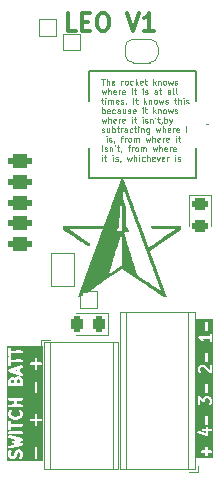
<source format=gbr>
%TF.GenerationSoftware,KiCad,Pcbnew,8.0.0*%
%TF.CreationDate,2024-10-09T20:58:18-07:00*%
%TF.ProjectId,LEO,4c454f2e-6b69-4636-9164-5f7063625858,rev?*%
%TF.SameCoordinates,Original*%
%TF.FileFunction,Legend,Top*%
%TF.FilePolarity,Positive*%
%FSLAX46Y46*%
G04 Gerber Fmt 4.6, Leading zero omitted, Abs format (unit mm)*
G04 Created by KiCad (PCBNEW 8.0.0) date 2024-10-09 20:58:18*
%MOMM*%
%LPD*%
G01*
G04 APERTURE LIST*
G04 Aperture macros list*
%AMRoundRect*
0 Rectangle with rounded corners*
0 $1 Rounding radius*
0 $2 $3 $4 $5 $6 $7 $8 $9 X,Y pos of 4 corners*
0 Add a 4 corners polygon primitive as box body*
4,1,4,$2,$3,$4,$5,$6,$7,$8,$9,$2,$3,0*
0 Add four circle primitives for the rounded corners*
1,1,$1+$1,$2,$3*
1,1,$1+$1,$4,$5*
1,1,$1+$1,$6,$7*
1,1,$1+$1,$8,$9*
0 Add four rect primitives between the rounded corners*
20,1,$1+$1,$2,$3,$4,$5,0*
20,1,$1+$1,$4,$5,$6,$7,0*
20,1,$1+$1,$6,$7,$8,$9,0*
20,1,$1+$1,$8,$9,$2,$3,0*%
%AMFreePoly0*
4,1,19,0.500000,-0.750000,0.000000,-0.750000,0.000000,-0.744911,-0.071157,-0.744911,-0.207708,-0.704816,-0.327430,-0.627875,-0.420627,-0.520320,-0.479746,-0.390866,-0.500000,-0.250000,-0.500000,0.250000,-0.479746,0.390866,-0.420627,0.520320,-0.327430,0.627875,-0.207708,0.704816,-0.071157,0.744911,0.000000,0.744911,0.000000,0.750000,0.500000,0.750000,0.500000,-0.750000,0.500000,-0.750000,
$1*%
%AMFreePoly1*
4,1,19,0.000000,0.744911,0.071157,0.744911,0.207708,0.704816,0.327430,0.627875,0.420627,0.520320,0.479746,0.390866,0.500000,0.250000,0.500000,-0.250000,0.479746,-0.390866,0.420627,-0.520320,0.327430,-0.627875,0.207708,-0.704816,0.071157,-0.744911,0.000000,-0.744911,0.000000,-0.750000,-0.500000,-0.750000,-0.500000,0.750000,0.000000,0.750000,0.000000,0.744911,0.000000,0.744911,
$1*%
G04 Aperture macros list end*
%ADD10C,0.187500*%
%ADD11C,0.125000*%
%ADD12C,0.375000*%
%ADD13C,0.250000*%
%ADD14C,0.200000*%
%ADD15C,0.100000*%
%ADD16C,0.120000*%
%ADD17C,0.000000*%
%ADD18R,1.300000X3.400000*%
%ADD19FreePoly0,0.000000*%
%ADD20FreePoly1,0.000000*%
%ADD21R,1.000000X1.000000*%
%ADD22R,2.200000X2.200000*%
%ADD23C,2.200000*%
%ADD24C,3.800000*%
%ADD25RoundRect,0.410105X-0.589895X-0.214895X0.589895X-0.214895X0.589895X0.214895X-0.589895X0.214895X0*%
%ADD26R,1.500000X1.000000*%
%ADD27RoundRect,0.243750X0.243750X0.456250X-0.243750X0.456250X-0.243750X-0.456250X0.243750X-0.456250X0*%
%ADD28RoundRect,0.243750X-0.456250X0.243750X-0.456250X-0.243750X0.456250X-0.243750X0.456250X0.243750X0*%
%ADD29O,1.400000X1.200000*%
%ADD30O,1.900000X1.200000*%
G04 APERTURE END LIST*
D10*
G36*
X17961530Y1728781D02*
G01*
X16504612Y1728781D01*
X16504612Y2256408D01*
X16902815Y2256408D01*
X16916814Y2222613D01*
X16942679Y2196748D01*
X16976474Y2182749D01*
X16994764Y2180948D01*
X17283081Y2181614D01*
X17283767Y1913551D01*
X17297766Y1879756D01*
X17323631Y1853891D01*
X17357426Y1839892D01*
X17394006Y1839892D01*
X17427801Y1853891D01*
X17453666Y1879756D01*
X17467665Y1913551D01*
X17469466Y1931841D01*
X17468825Y2182043D01*
X17774959Y2182749D01*
X17808754Y2196748D01*
X17834619Y2222613D01*
X17848618Y2256408D01*
X17848618Y2292988D01*
X17834619Y2326783D01*
X17808754Y2352648D01*
X17774959Y2366647D01*
X17756669Y2368448D01*
X17468350Y2367783D01*
X17467665Y2635845D01*
X17453666Y2669640D01*
X17427801Y2695505D01*
X17394006Y2709504D01*
X17357426Y2709504D01*
X17323631Y2695505D01*
X17297766Y2669640D01*
X17283767Y2635845D01*
X17281966Y2617555D01*
X17282606Y2367354D01*
X16976474Y2366647D01*
X16942679Y2352648D01*
X16916814Y2326783D01*
X16902815Y2292988D01*
X16902815Y2256408D01*
X16504612Y2256408D01*
X16504612Y3912173D01*
X16615723Y3912173D01*
X16619421Y3875780D01*
X16636763Y3843574D01*
X16665110Y3820454D01*
X16682111Y3813474D01*
X17392936Y3602051D01*
X17405045Y3597035D01*
X17409800Y3597035D01*
X17414433Y3595657D01*
X17427994Y3597035D01*
X17441625Y3597035D01*
X17446055Y3598871D01*
X17450825Y3599355D01*
X17462825Y3605818D01*
X17475420Y3611034D01*
X17478810Y3614425D01*
X17483031Y3616697D01*
X17491647Y3627262D01*
X17501285Y3636899D01*
X17503119Y3641327D01*
X17506151Y3645044D01*
X17510069Y3658106D01*
X17515284Y3670694D01*
X17515986Y3677830D01*
X17516662Y3680081D01*
X17516431Y3682349D01*
X17517085Y3688984D01*
X17516033Y4024926D01*
X17774959Y4025606D01*
X17808754Y4039605D01*
X17834619Y4065470D01*
X17848618Y4099265D01*
X17848618Y4135845D01*
X17834619Y4169640D01*
X17808754Y4195505D01*
X17774959Y4209504D01*
X17756669Y4211305D01*
X17515452Y4210671D01*
X17515284Y4264417D01*
X17501285Y4298212D01*
X17475420Y4324077D01*
X17441625Y4338076D01*
X17405045Y4338076D01*
X17371250Y4324077D01*
X17345385Y4298212D01*
X17331386Y4264417D01*
X17329585Y4246127D01*
X17329697Y4210183D01*
X17071712Y4209504D01*
X17037917Y4195505D01*
X17012052Y4169640D01*
X16998053Y4135845D01*
X16998053Y4099265D01*
X17012052Y4065470D01*
X17037917Y4039605D01*
X17071712Y4025606D01*
X17090002Y4023805D01*
X17330278Y4024437D01*
X17330936Y3814275D01*
X16717953Y3996597D01*
X16681560Y3992899D01*
X16649354Y3975557D01*
X16626234Y3947210D01*
X16615723Y3912173D01*
X16504612Y3912173D01*
X16504612Y5274698D01*
X17281966Y5274698D01*
X17283767Y4570694D01*
X17297766Y4536899D01*
X17323631Y4511034D01*
X17357426Y4497035D01*
X17394006Y4497035D01*
X17427801Y4511034D01*
X17453666Y4536899D01*
X17467665Y4570694D01*
X17469466Y4588984D01*
X17467665Y5292988D01*
X17453666Y5326783D01*
X17427801Y5352648D01*
X17394006Y5366647D01*
X17357426Y5366647D01*
X17323631Y5352648D01*
X17297766Y5326783D01*
X17283767Y5292988D01*
X17281966Y5274698D01*
X16504612Y5274698D01*
X16504612Y6860413D01*
X16662919Y6860413D01*
X16664720Y6284980D01*
X16678719Y6251185D01*
X16704584Y6225320D01*
X16738379Y6211321D01*
X16774959Y6211321D01*
X16808754Y6225320D01*
X16834619Y6251185D01*
X16848618Y6284980D01*
X16850419Y6303270D01*
X16849274Y6669028D01*
X17076951Y6491048D01*
X17085536Y6482463D01*
X17090635Y6480351D01*
X17095102Y6476859D01*
X17107465Y6473380D01*
X17119331Y6468464D01*
X17124928Y6468464D01*
X17130314Y6466948D01*
X17143064Y6468464D01*
X17155911Y6468464D01*
X17161083Y6470607D01*
X17166637Y6471267D01*
X17177836Y6477547D01*
X17189706Y6482463D01*
X17193662Y6486420D01*
X17198543Y6489156D01*
X17206488Y6499246D01*
X17215571Y6508328D01*
X17217712Y6513499D01*
X17221175Y6517895D01*
X17224654Y6530257D01*
X17229570Y6542123D01*
X17230417Y6550732D01*
X17231086Y6553106D01*
X17230848Y6555105D01*
X17231371Y6560413D01*
X17230111Y6663136D01*
X17257182Y6713692D01*
X17282050Y6737078D01*
X17345562Y6766786D01*
X17543317Y6768175D01*
X17607239Y6740531D01*
X17633658Y6717780D01*
X17663064Y6666726D01*
X17664428Y6458156D01*
X17637107Y6407135D01*
X17586325Y6359381D01*
X17570570Y6326368D01*
X17568647Y6289840D01*
X17580849Y6255355D01*
X17605319Y6228165D01*
X17638332Y6212410D01*
X17674860Y6210487D01*
X17709345Y6222689D01*
X17724145Y6233585D01*
X17772777Y6279318D01*
X17780545Y6285484D01*
X17782798Y6288742D01*
X17784154Y6290016D01*
X17785206Y6292222D01*
X17791002Y6300598D01*
X17831970Y6377108D01*
X17834619Y6379756D01*
X17838822Y6389903D01*
X17845929Y6403175D01*
X17846546Y6408551D01*
X17848618Y6413551D01*
X17850419Y6431841D01*
X17848817Y6676807D01*
X17850104Y6681310D01*
X17848708Y6693459D01*
X17848618Y6707274D01*
X17846546Y6712275D01*
X17845929Y6717650D01*
X17838621Y6734513D01*
X17788982Y6820692D01*
X17784155Y6830808D01*
X17781447Y6833775D01*
X17780545Y6835341D01*
X17778629Y6836862D01*
X17771765Y6844382D01*
X17722597Y6886725D01*
X17715842Y6893901D01*
X17711113Y6896615D01*
X17709346Y6898137D01*
X17707037Y6898954D01*
X17699902Y6903049D01*
X17618302Y6938338D01*
X17618277Y6938363D01*
X17617498Y6938686D01*
X17587245Y6951769D01*
X17585809Y6951813D01*
X17584482Y6952362D01*
X17566192Y6954163D01*
X17344309Y6952605D01*
X17343607Y6952871D01*
X17331858Y6952517D01*
X17309807Y6952362D01*
X17308479Y6951813D01*
X17307044Y6951769D01*
X17289626Y6945906D01*
X17195449Y6901854D01*
X17184942Y6898136D01*
X17180485Y6894855D01*
X17178447Y6893901D01*
X17176767Y6892117D01*
X17170143Y6887239D01*
X17121511Y6841507D01*
X17113744Y6835340D01*
X17111490Y6832083D01*
X17110134Y6830807D01*
X17109080Y6828600D01*
X17103288Y6820227D01*
X17062319Y6743718D01*
X17059671Y6741069D01*
X17059443Y6740521D01*
X16817338Y6929779D01*
X16808754Y6938363D01*
X16803654Y6940476D01*
X16799188Y6943967D01*
X16786824Y6947447D01*
X16774959Y6952362D01*
X16769362Y6952362D01*
X16763976Y6953878D01*
X16751223Y6952362D01*
X16738379Y6952362D01*
X16733209Y6950221D01*
X16727653Y6949560D01*
X16716448Y6943278D01*
X16704584Y6938363D01*
X16700628Y6934408D01*
X16695746Y6931670D01*
X16687797Y6921577D01*
X16678719Y6912498D01*
X16676578Y6907330D01*
X16673115Y6902932D01*
X16669635Y6890569D01*
X16664720Y6878703D01*
X16663872Y6870095D01*
X16663204Y6867720D01*
X16663441Y6865721D01*
X16662919Y6860413D01*
X16504612Y6860413D01*
X16504612Y7931841D01*
X17281966Y7931841D01*
X17283767Y7227837D01*
X17297766Y7194042D01*
X17323631Y7168177D01*
X17357426Y7154178D01*
X17394006Y7154178D01*
X17427801Y7168177D01*
X17453666Y7194042D01*
X17467665Y7227837D01*
X17469466Y7246127D01*
X17467665Y7950131D01*
X17453666Y7983926D01*
X17427801Y8009791D01*
X17394006Y8023790D01*
X17357426Y8023790D01*
X17323631Y8009791D01*
X17297766Y7983926D01*
X17283767Y7950131D01*
X17281966Y7931841D01*
X16504612Y7931841D01*
X16504612Y9346127D01*
X16662919Y9346127D01*
X16664485Y9143895D01*
X16663234Y9139516D01*
X16664611Y9127523D01*
X16664720Y9113551D01*
X16666791Y9108551D01*
X16667409Y9103175D01*
X16674717Y9086312D01*
X16724356Y9000130D01*
X16729183Y8990017D01*
X16731889Y8987052D01*
X16732792Y8985485D01*
X16734708Y8983964D01*
X16741573Y8976443D01*
X16803991Y8922689D01*
X16838476Y8910487D01*
X16875004Y8912410D01*
X16908017Y8928164D01*
X16932488Y8955354D01*
X16944690Y8989839D01*
X16942767Y9026367D01*
X16927013Y9059380D01*
X16914623Y9072954D01*
X16879678Y9103048D01*
X16850246Y9154147D01*
X16848962Y9319912D01*
X16876230Y9370835D01*
X16901098Y9394221D01*
X16964951Y9424089D01*
X17024880Y9425040D01*
X17135903Y9393030D01*
X17693983Y8893064D01*
X17704584Y8882463D01*
X17706875Y8881514D01*
X17708753Y8879832D01*
X17723721Y8874536D01*
X17738379Y8868464D01*
X17740881Y8868464D01*
X17743238Y8867630D01*
X17759080Y8868464D01*
X17774959Y8868464D01*
X17777270Y8869422D01*
X17779766Y8869553D01*
X17794086Y8876388D01*
X17808754Y8882463D01*
X17810521Y8884231D01*
X17812779Y8885308D01*
X17823402Y8897112D01*
X17834619Y8908328D01*
X17835575Y8910637D01*
X17837250Y8912497D01*
X17842546Y8927466D01*
X17848618Y8942123D01*
X17848959Y8945590D01*
X17849452Y8946982D01*
X17849328Y8949335D01*
X17850419Y8960413D01*
X17848618Y9535846D01*
X17834619Y9569641D01*
X17808754Y9595506D01*
X17774959Y9609505D01*
X17738379Y9609505D01*
X17704584Y9595506D01*
X17678719Y9569641D01*
X17664720Y9535846D01*
X17662919Y9517556D01*
X17664009Y9169293D01*
X17258513Y9532564D01*
X17257527Y9534395D01*
X17245713Y9544031D01*
X17233156Y9555280D01*
X17230973Y9556053D01*
X17229180Y9557515D01*
X17212179Y9564495D01*
X17071222Y9605135D01*
X17060673Y9609505D01*
X17053675Y9610195D01*
X17051286Y9610883D01*
X17049018Y9610653D01*
X17042383Y9611306D01*
X16928855Y9609505D01*
X16927527Y9608956D01*
X16926092Y9608912D01*
X16908674Y9603049D01*
X16814497Y9558997D01*
X16803990Y9555279D01*
X16799533Y9551998D01*
X16797495Y9551044D01*
X16795815Y9549260D01*
X16789191Y9544382D01*
X16740559Y9498650D01*
X16732792Y9492483D01*
X16730538Y9489226D01*
X16729182Y9487950D01*
X16728128Y9485743D01*
X16722336Y9477370D01*
X16681367Y9400861D01*
X16678719Y9398212D01*
X16674515Y9388066D01*
X16667409Y9374793D01*
X16666791Y9369418D01*
X16664720Y9364417D01*
X16662919Y9346127D01*
X16504612Y9346127D01*
X16504612Y10588984D01*
X17281966Y10588984D01*
X17283767Y9884980D01*
X17297766Y9851185D01*
X17323631Y9825320D01*
X17357426Y9811321D01*
X17394006Y9811321D01*
X17427801Y9825320D01*
X17453666Y9851185D01*
X17467665Y9884980D01*
X17469466Y9903270D01*
X17467665Y10607274D01*
X17453666Y10641069D01*
X17427801Y10666934D01*
X17394006Y10680933D01*
X17357426Y10680933D01*
X17323631Y10666934D01*
X17297766Y10641069D01*
X17283767Y10607274D01*
X17281966Y10588984D01*
X16504612Y10588984D01*
X16504612Y11912998D01*
X16663030Y11912998D01*
X16664720Y11906239D01*
X16664720Y11899266D01*
X16669117Y11888651D01*
X16671902Y11877512D01*
X16676050Y11871913D01*
X16678719Y11865471D01*
X16686838Y11857352D01*
X16693678Y11848120D01*
X16702959Y11841231D01*
X16704584Y11839606D01*
X16705859Y11839078D01*
X16708435Y11837166D01*
X16837930Y11761175D01*
X16918834Y11690143D01*
X16970887Y11599771D01*
X16999537Y11577027D01*
X17034708Y11566978D01*
X17071049Y11571153D01*
X17103026Y11588918D01*
X17125769Y11617568D01*
X17135818Y11652739D01*
X17131643Y11689079D01*
X17124335Y11705942D01*
X17074700Y11792116D01*
X17069870Y11802237D01*
X17067159Y11805207D01*
X17066259Y11806770D01*
X17064346Y11808288D01*
X17057480Y11815811D01*
X17047787Y11824321D01*
X17664100Y11825411D01*
X17664720Y11642123D01*
X17678719Y11608328D01*
X17704584Y11582463D01*
X17738379Y11568464D01*
X17774959Y11568464D01*
X17808754Y11582463D01*
X17834619Y11608328D01*
X17848618Y11642123D01*
X17850419Y11660413D01*
X17848618Y12192989D01*
X17834619Y12226784D01*
X17808754Y12252649D01*
X17774959Y12266648D01*
X17738379Y12266648D01*
X17704584Y12252649D01*
X17678719Y12226784D01*
X17664720Y12192989D01*
X17662919Y12174699D01*
X17663472Y12011142D01*
X16763175Y12009549D01*
X16752111Y12011195D01*
X16745401Y12009518D01*
X16738379Y12009505D01*
X16727763Y12005108D01*
X16716625Y12002323D01*
X16711025Y11998175D01*
X16704584Y11995506D01*
X16696464Y11987387D01*
X16687233Y11980547D01*
X16683645Y11974568D01*
X16678719Y11969641D01*
X16674324Y11959034D01*
X16668413Y11949180D01*
X16667387Y11942285D01*
X16664720Y11935846D01*
X16664720Y11924358D01*
X16663030Y11912998D01*
X16504612Y11912998D01*
X16504612Y13246127D01*
X17281966Y13246127D01*
X17283767Y12542123D01*
X17297766Y12508328D01*
X17323631Y12482463D01*
X17357426Y12468464D01*
X17394006Y12468464D01*
X17427801Y12482463D01*
X17453666Y12508328D01*
X17467665Y12542123D01*
X17469466Y12560413D01*
X17467665Y13264417D01*
X17453666Y13298212D01*
X17427801Y13324077D01*
X17394006Y13338076D01*
X17357426Y13338076D01*
X17323631Y13324077D01*
X17297766Y13298212D01*
X17283767Y13264417D01*
X17281966Y13246127D01*
X16504612Y13246127D01*
X16504612Y13449187D01*
X17961530Y13449187D01*
X17961530Y1728781D01*
G37*
D11*
X8468255Y33823867D02*
X8753969Y33823867D01*
X8611112Y33323867D02*
X8611112Y33823867D01*
X8920635Y33323867D02*
X8920635Y33823867D01*
X9134921Y33323867D02*
X9134921Y33585772D01*
X9134921Y33585772D02*
X9111111Y33633391D01*
X9111111Y33633391D02*
X9063492Y33657200D01*
X9063492Y33657200D02*
X8992064Y33657200D01*
X8992064Y33657200D02*
X8944445Y33633391D01*
X8944445Y33633391D02*
X8920635Y33609581D01*
X9563492Y33347676D02*
X9515873Y33323867D01*
X9515873Y33323867D02*
X9420635Y33323867D01*
X9420635Y33323867D02*
X9373016Y33347676D01*
X9373016Y33347676D02*
X9349207Y33395296D01*
X9349207Y33395296D02*
X9349207Y33585772D01*
X9349207Y33585772D02*
X9373016Y33633391D01*
X9373016Y33633391D02*
X9420635Y33657200D01*
X9420635Y33657200D02*
X9515873Y33657200D01*
X9515873Y33657200D02*
X9563492Y33633391D01*
X9563492Y33633391D02*
X9587302Y33585772D01*
X9587302Y33585772D02*
X9587302Y33538153D01*
X9587302Y33538153D02*
X9349207Y33490534D01*
X10182539Y33323867D02*
X10182539Y33657200D01*
X10182539Y33561962D02*
X10206349Y33609581D01*
X10206349Y33609581D02*
X10230158Y33633391D01*
X10230158Y33633391D02*
X10277777Y33657200D01*
X10277777Y33657200D02*
X10325396Y33657200D01*
X10563492Y33323867D02*
X10515873Y33347676D01*
X10515873Y33347676D02*
X10492063Y33371486D01*
X10492063Y33371486D02*
X10468254Y33419105D01*
X10468254Y33419105D02*
X10468254Y33561962D01*
X10468254Y33561962D02*
X10492063Y33609581D01*
X10492063Y33609581D02*
X10515873Y33633391D01*
X10515873Y33633391D02*
X10563492Y33657200D01*
X10563492Y33657200D02*
X10634920Y33657200D01*
X10634920Y33657200D02*
X10682539Y33633391D01*
X10682539Y33633391D02*
X10706349Y33609581D01*
X10706349Y33609581D02*
X10730158Y33561962D01*
X10730158Y33561962D02*
X10730158Y33419105D01*
X10730158Y33419105D02*
X10706349Y33371486D01*
X10706349Y33371486D02*
X10682539Y33347676D01*
X10682539Y33347676D02*
X10634920Y33323867D01*
X10634920Y33323867D02*
X10563492Y33323867D01*
X11158730Y33347676D02*
X11111111Y33323867D01*
X11111111Y33323867D02*
X11015873Y33323867D01*
X11015873Y33323867D02*
X10968254Y33347676D01*
X10968254Y33347676D02*
X10944444Y33371486D01*
X10944444Y33371486D02*
X10920635Y33419105D01*
X10920635Y33419105D02*
X10920635Y33561962D01*
X10920635Y33561962D02*
X10944444Y33609581D01*
X10944444Y33609581D02*
X10968254Y33633391D01*
X10968254Y33633391D02*
X11015873Y33657200D01*
X11015873Y33657200D02*
X11111111Y33657200D01*
X11111111Y33657200D02*
X11158730Y33633391D01*
X11373015Y33323867D02*
X11373015Y33823867D01*
X11420634Y33514343D02*
X11563491Y33323867D01*
X11563491Y33657200D02*
X11373015Y33466724D01*
X11968253Y33347676D02*
X11920634Y33323867D01*
X11920634Y33323867D02*
X11825396Y33323867D01*
X11825396Y33323867D02*
X11777777Y33347676D01*
X11777777Y33347676D02*
X11753968Y33395296D01*
X11753968Y33395296D02*
X11753968Y33585772D01*
X11753968Y33585772D02*
X11777777Y33633391D01*
X11777777Y33633391D02*
X11825396Y33657200D01*
X11825396Y33657200D02*
X11920634Y33657200D01*
X11920634Y33657200D02*
X11968253Y33633391D01*
X11968253Y33633391D02*
X11992063Y33585772D01*
X11992063Y33585772D02*
X11992063Y33538153D01*
X11992063Y33538153D02*
X11753968Y33490534D01*
X12134920Y33657200D02*
X12325396Y33657200D01*
X12206348Y33823867D02*
X12206348Y33395296D01*
X12206348Y33395296D02*
X12230158Y33347676D01*
X12230158Y33347676D02*
X12277777Y33323867D01*
X12277777Y33323867D02*
X12325396Y33323867D01*
X12873014Y33323867D02*
X12873014Y33823867D01*
X12920633Y33514343D02*
X13063490Y33323867D01*
X13063490Y33657200D02*
X12873014Y33466724D01*
X13277776Y33657200D02*
X13277776Y33323867D01*
X13277776Y33609581D02*
X13301586Y33633391D01*
X13301586Y33633391D02*
X13349205Y33657200D01*
X13349205Y33657200D02*
X13420633Y33657200D01*
X13420633Y33657200D02*
X13468252Y33633391D01*
X13468252Y33633391D02*
X13492062Y33585772D01*
X13492062Y33585772D02*
X13492062Y33323867D01*
X13801586Y33323867D02*
X13753967Y33347676D01*
X13753967Y33347676D02*
X13730157Y33371486D01*
X13730157Y33371486D02*
X13706348Y33419105D01*
X13706348Y33419105D02*
X13706348Y33561962D01*
X13706348Y33561962D02*
X13730157Y33609581D01*
X13730157Y33609581D02*
X13753967Y33633391D01*
X13753967Y33633391D02*
X13801586Y33657200D01*
X13801586Y33657200D02*
X13873014Y33657200D01*
X13873014Y33657200D02*
X13920633Y33633391D01*
X13920633Y33633391D02*
X13944443Y33609581D01*
X13944443Y33609581D02*
X13968252Y33561962D01*
X13968252Y33561962D02*
X13968252Y33419105D01*
X13968252Y33419105D02*
X13944443Y33371486D01*
X13944443Y33371486D02*
X13920633Y33347676D01*
X13920633Y33347676D02*
X13873014Y33323867D01*
X13873014Y33323867D02*
X13801586Y33323867D01*
X14134919Y33657200D02*
X14230157Y33323867D01*
X14230157Y33323867D02*
X14325395Y33561962D01*
X14325395Y33561962D02*
X14420633Y33323867D01*
X14420633Y33323867D02*
X14515871Y33657200D01*
X14682539Y33347676D02*
X14730158Y33323867D01*
X14730158Y33323867D02*
X14825396Y33323867D01*
X14825396Y33323867D02*
X14873015Y33347676D01*
X14873015Y33347676D02*
X14896824Y33395296D01*
X14896824Y33395296D02*
X14896824Y33419105D01*
X14896824Y33419105D02*
X14873015Y33466724D01*
X14873015Y33466724D02*
X14825396Y33490534D01*
X14825396Y33490534D02*
X14753967Y33490534D01*
X14753967Y33490534D02*
X14706348Y33514343D01*
X14706348Y33514343D02*
X14682539Y33561962D01*
X14682539Y33561962D02*
X14682539Y33585772D01*
X14682539Y33585772D02*
X14706348Y33633391D01*
X14706348Y33633391D02*
X14753967Y33657200D01*
X14753967Y33657200D02*
X14825396Y33657200D01*
X14825396Y33657200D02*
X14873015Y33633391D01*
X8492064Y32852228D02*
X8587302Y32518895D01*
X8587302Y32518895D02*
X8682540Y32756990D01*
X8682540Y32756990D02*
X8777778Y32518895D01*
X8777778Y32518895D02*
X8873016Y32852228D01*
X9063493Y32518895D02*
X9063493Y33018895D01*
X9277779Y32518895D02*
X9277779Y32780800D01*
X9277779Y32780800D02*
X9253969Y32828419D01*
X9253969Y32828419D02*
X9206350Y32852228D01*
X9206350Y32852228D02*
X9134922Y32852228D01*
X9134922Y32852228D02*
X9087303Y32828419D01*
X9087303Y32828419D02*
X9063493Y32804609D01*
X9706350Y32542704D02*
X9658731Y32518895D01*
X9658731Y32518895D02*
X9563493Y32518895D01*
X9563493Y32518895D02*
X9515874Y32542704D01*
X9515874Y32542704D02*
X9492065Y32590324D01*
X9492065Y32590324D02*
X9492065Y32780800D01*
X9492065Y32780800D02*
X9515874Y32828419D01*
X9515874Y32828419D02*
X9563493Y32852228D01*
X9563493Y32852228D02*
X9658731Y32852228D01*
X9658731Y32852228D02*
X9706350Y32828419D01*
X9706350Y32828419D02*
X9730160Y32780800D01*
X9730160Y32780800D02*
X9730160Y32733181D01*
X9730160Y32733181D02*
X9492065Y32685562D01*
X9944445Y32518895D02*
X9944445Y32852228D01*
X9944445Y32756990D02*
X9968255Y32804609D01*
X9968255Y32804609D02*
X9992064Y32828419D01*
X9992064Y32828419D02*
X10039683Y32852228D01*
X10039683Y32852228D02*
X10087302Y32852228D01*
X10444445Y32542704D02*
X10396826Y32518895D01*
X10396826Y32518895D02*
X10301588Y32518895D01*
X10301588Y32518895D02*
X10253969Y32542704D01*
X10253969Y32542704D02*
X10230160Y32590324D01*
X10230160Y32590324D02*
X10230160Y32780800D01*
X10230160Y32780800D02*
X10253969Y32828419D01*
X10253969Y32828419D02*
X10301588Y32852228D01*
X10301588Y32852228D02*
X10396826Y32852228D01*
X10396826Y32852228D02*
X10444445Y32828419D01*
X10444445Y32828419D02*
X10468255Y32780800D01*
X10468255Y32780800D02*
X10468255Y32733181D01*
X10468255Y32733181D02*
X10230160Y32685562D01*
X11063492Y32518895D02*
X11063492Y32852228D01*
X11063492Y33018895D02*
X11039683Y32995085D01*
X11039683Y32995085D02*
X11063492Y32971276D01*
X11063492Y32971276D02*
X11087302Y32995085D01*
X11087302Y32995085D02*
X11063492Y33018895D01*
X11063492Y33018895D02*
X11063492Y32971276D01*
X11230159Y32852228D02*
X11420635Y32852228D01*
X11301587Y33018895D02*
X11301587Y32590324D01*
X11301587Y32590324D02*
X11325397Y32542704D01*
X11325397Y32542704D02*
X11373016Y32518895D01*
X11373016Y32518895D02*
X11420635Y32518895D01*
X11968253Y32518895D02*
X11968253Y32852228D01*
X11968253Y33018895D02*
X11944444Y32995085D01*
X11944444Y32995085D02*
X11968253Y32971276D01*
X11968253Y32971276D02*
X11992063Y32995085D01*
X11992063Y32995085D02*
X11968253Y33018895D01*
X11968253Y33018895D02*
X11968253Y32971276D01*
X12182539Y32542704D02*
X12230158Y32518895D01*
X12230158Y32518895D02*
X12325396Y32518895D01*
X12325396Y32518895D02*
X12373015Y32542704D01*
X12373015Y32542704D02*
X12396824Y32590324D01*
X12396824Y32590324D02*
X12396824Y32614133D01*
X12396824Y32614133D02*
X12373015Y32661752D01*
X12373015Y32661752D02*
X12325396Y32685562D01*
X12325396Y32685562D02*
X12253967Y32685562D01*
X12253967Y32685562D02*
X12206348Y32709371D01*
X12206348Y32709371D02*
X12182539Y32756990D01*
X12182539Y32756990D02*
X12182539Y32780800D01*
X12182539Y32780800D02*
X12206348Y32828419D01*
X12206348Y32828419D02*
X12253967Y32852228D01*
X12253967Y32852228D02*
X12325396Y32852228D01*
X12325396Y32852228D02*
X12373015Y32828419D01*
X13206348Y32518895D02*
X13206348Y32780800D01*
X13206348Y32780800D02*
X13182538Y32828419D01*
X13182538Y32828419D02*
X13134919Y32852228D01*
X13134919Y32852228D02*
X13039681Y32852228D01*
X13039681Y32852228D02*
X12992062Y32828419D01*
X13206348Y32542704D02*
X13158729Y32518895D01*
X13158729Y32518895D02*
X13039681Y32518895D01*
X13039681Y32518895D02*
X12992062Y32542704D01*
X12992062Y32542704D02*
X12968253Y32590324D01*
X12968253Y32590324D02*
X12968253Y32637943D01*
X12968253Y32637943D02*
X12992062Y32685562D01*
X12992062Y32685562D02*
X13039681Y32709371D01*
X13039681Y32709371D02*
X13158729Y32709371D01*
X13158729Y32709371D02*
X13206348Y32733181D01*
X13373015Y32852228D02*
X13563491Y32852228D01*
X13444443Y33018895D02*
X13444443Y32590324D01*
X13444443Y32590324D02*
X13468253Y32542704D01*
X13468253Y32542704D02*
X13515872Y32518895D01*
X13515872Y32518895D02*
X13563491Y32518895D01*
X14325395Y32518895D02*
X14325395Y32780800D01*
X14325395Y32780800D02*
X14301585Y32828419D01*
X14301585Y32828419D02*
X14253966Y32852228D01*
X14253966Y32852228D02*
X14158728Y32852228D01*
X14158728Y32852228D02*
X14111109Y32828419D01*
X14325395Y32542704D02*
X14277776Y32518895D01*
X14277776Y32518895D02*
X14158728Y32518895D01*
X14158728Y32518895D02*
X14111109Y32542704D01*
X14111109Y32542704D02*
X14087300Y32590324D01*
X14087300Y32590324D02*
X14087300Y32637943D01*
X14087300Y32637943D02*
X14111109Y32685562D01*
X14111109Y32685562D02*
X14158728Y32709371D01*
X14158728Y32709371D02*
X14277776Y32709371D01*
X14277776Y32709371D02*
X14325395Y32733181D01*
X14634919Y32518895D02*
X14587300Y32542704D01*
X14587300Y32542704D02*
X14563490Y32590324D01*
X14563490Y32590324D02*
X14563490Y33018895D01*
X14896824Y32518895D02*
X14849205Y32542704D01*
X14849205Y32542704D02*
X14825395Y32590324D01*
X14825395Y32590324D02*
X14825395Y33018895D01*
X8468255Y32047256D02*
X8658731Y32047256D01*
X8539683Y32213923D02*
X8539683Y31785352D01*
X8539683Y31785352D02*
X8563493Y31737732D01*
X8563493Y31737732D02*
X8611112Y31713923D01*
X8611112Y31713923D02*
X8658731Y31713923D01*
X8825397Y31713923D02*
X8825397Y32047256D01*
X8825397Y32213923D02*
X8801588Y32190113D01*
X8801588Y32190113D02*
X8825397Y32166304D01*
X8825397Y32166304D02*
X8849207Y32190113D01*
X8849207Y32190113D02*
X8825397Y32213923D01*
X8825397Y32213923D02*
X8825397Y32166304D01*
X9063492Y31713923D02*
X9063492Y32047256D01*
X9063492Y31999637D02*
X9087302Y32023447D01*
X9087302Y32023447D02*
X9134921Y32047256D01*
X9134921Y32047256D02*
X9206349Y32047256D01*
X9206349Y32047256D02*
X9253968Y32023447D01*
X9253968Y32023447D02*
X9277778Y31975828D01*
X9277778Y31975828D02*
X9277778Y31713923D01*
X9277778Y31975828D02*
X9301587Y32023447D01*
X9301587Y32023447D02*
X9349206Y32047256D01*
X9349206Y32047256D02*
X9420635Y32047256D01*
X9420635Y32047256D02*
X9468254Y32023447D01*
X9468254Y32023447D02*
X9492064Y31975828D01*
X9492064Y31975828D02*
X9492064Y31713923D01*
X9920635Y31737732D02*
X9873016Y31713923D01*
X9873016Y31713923D02*
X9777778Y31713923D01*
X9777778Y31713923D02*
X9730159Y31737732D01*
X9730159Y31737732D02*
X9706350Y31785352D01*
X9706350Y31785352D02*
X9706350Y31975828D01*
X9706350Y31975828D02*
X9730159Y32023447D01*
X9730159Y32023447D02*
X9777778Y32047256D01*
X9777778Y32047256D02*
X9873016Y32047256D01*
X9873016Y32047256D02*
X9920635Y32023447D01*
X9920635Y32023447D02*
X9944445Y31975828D01*
X9944445Y31975828D02*
X9944445Y31928209D01*
X9944445Y31928209D02*
X9706350Y31880590D01*
X10134921Y31737732D02*
X10182540Y31713923D01*
X10182540Y31713923D02*
X10277778Y31713923D01*
X10277778Y31713923D02*
X10325397Y31737732D01*
X10325397Y31737732D02*
X10349206Y31785352D01*
X10349206Y31785352D02*
X10349206Y31809161D01*
X10349206Y31809161D02*
X10325397Y31856780D01*
X10325397Y31856780D02*
X10277778Y31880590D01*
X10277778Y31880590D02*
X10206349Y31880590D01*
X10206349Y31880590D02*
X10158730Y31904399D01*
X10158730Y31904399D02*
X10134921Y31952018D01*
X10134921Y31952018D02*
X10134921Y31975828D01*
X10134921Y31975828D02*
X10158730Y32023447D01*
X10158730Y32023447D02*
X10206349Y32047256D01*
X10206349Y32047256D02*
X10277778Y32047256D01*
X10277778Y32047256D02*
X10325397Y32023447D01*
X10563492Y31761542D02*
X10587302Y31737732D01*
X10587302Y31737732D02*
X10563492Y31713923D01*
X10563492Y31713923D02*
X10539683Y31737732D01*
X10539683Y31737732D02*
X10563492Y31761542D01*
X10563492Y31761542D02*
X10563492Y31713923D01*
X11182539Y31713923D02*
X11182539Y32213923D01*
X11349206Y32047256D02*
X11539682Y32047256D01*
X11420634Y32213923D02*
X11420634Y31785352D01*
X11420634Y31785352D02*
X11444444Y31737732D01*
X11444444Y31737732D02*
X11492063Y31713923D01*
X11492063Y31713923D02*
X11539682Y31713923D01*
X12087300Y31713923D02*
X12087300Y32213923D01*
X12134919Y31904399D02*
X12277776Y31713923D01*
X12277776Y32047256D02*
X12087300Y31856780D01*
X12492062Y32047256D02*
X12492062Y31713923D01*
X12492062Y31999637D02*
X12515872Y32023447D01*
X12515872Y32023447D02*
X12563491Y32047256D01*
X12563491Y32047256D02*
X12634919Y32047256D01*
X12634919Y32047256D02*
X12682538Y32023447D01*
X12682538Y32023447D02*
X12706348Y31975828D01*
X12706348Y31975828D02*
X12706348Y31713923D01*
X13015872Y31713923D02*
X12968253Y31737732D01*
X12968253Y31737732D02*
X12944443Y31761542D01*
X12944443Y31761542D02*
X12920634Y31809161D01*
X12920634Y31809161D02*
X12920634Y31952018D01*
X12920634Y31952018D02*
X12944443Y31999637D01*
X12944443Y31999637D02*
X12968253Y32023447D01*
X12968253Y32023447D02*
X13015872Y32047256D01*
X13015872Y32047256D02*
X13087300Y32047256D01*
X13087300Y32047256D02*
X13134919Y32023447D01*
X13134919Y32023447D02*
X13158729Y31999637D01*
X13158729Y31999637D02*
X13182538Y31952018D01*
X13182538Y31952018D02*
X13182538Y31809161D01*
X13182538Y31809161D02*
X13158729Y31761542D01*
X13158729Y31761542D02*
X13134919Y31737732D01*
X13134919Y31737732D02*
X13087300Y31713923D01*
X13087300Y31713923D02*
X13015872Y31713923D01*
X13349205Y32047256D02*
X13444443Y31713923D01*
X13444443Y31713923D02*
X13539681Y31952018D01*
X13539681Y31952018D02*
X13634919Y31713923D01*
X13634919Y31713923D02*
X13730157Y32047256D01*
X13896825Y31737732D02*
X13944444Y31713923D01*
X13944444Y31713923D02*
X14039682Y31713923D01*
X14039682Y31713923D02*
X14087301Y31737732D01*
X14087301Y31737732D02*
X14111110Y31785352D01*
X14111110Y31785352D02*
X14111110Y31809161D01*
X14111110Y31809161D02*
X14087301Y31856780D01*
X14087301Y31856780D02*
X14039682Y31880590D01*
X14039682Y31880590D02*
X13968253Y31880590D01*
X13968253Y31880590D02*
X13920634Y31904399D01*
X13920634Y31904399D02*
X13896825Y31952018D01*
X13896825Y31952018D02*
X13896825Y31975828D01*
X13896825Y31975828D02*
X13920634Y32023447D01*
X13920634Y32023447D02*
X13968253Y32047256D01*
X13968253Y32047256D02*
X14039682Y32047256D01*
X14039682Y32047256D02*
X14087301Y32023447D01*
X14634920Y32047256D02*
X14825396Y32047256D01*
X14706348Y32213923D02*
X14706348Y31785352D01*
X14706348Y31785352D02*
X14730158Y31737732D01*
X14730158Y31737732D02*
X14777777Y31713923D01*
X14777777Y31713923D02*
X14825396Y31713923D01*
X14992062Y31713923D02*
X14992062Y32213923D01*
X15206348Y31713923D02*
X15206348Y31975828D01*
X15206348Y31975828D02*
X15182538Y32023447D01*
X15182538Y32023447D02*
X15134919Y32047256D01*
X15134919Y32047256D02*
X15063491Y32047256D01*
X15063491Y32047256D02*
X15015872Y32023447D01*
X15015872Y32023447D02*
X14992062Y31999637D01*
X15444443Y31713923D02*
X15444443Y32047256D01*
X15444443Y32213923D02*
X15420634Y32190113D01*
X15420634Y32190113D02*
X15444443Y32166304D01*
X15444443Y32166304D02*
X15468253Y32190113D01*
X15468253Y32190113D02*
X15444443Y32213923D01*
X15444443Y32213923D02*
X15444443Y32166304D01*
X15658729Y31737732D02*
X15706348Y31713923D01*
X15706348Y31713923D02*
X15801586Y31713923D01*
X15801586Y31713923D02*
X15849205Y31737732D01*
X15849205Y31737732D02*
X15873014Y31785352D01*
X15873014Y31785352D02*
X15873014Y31809161D01*
X15873014Y31809161D02*
X15849205Y31856780D01*
X15849205Y31856780D02*
X15801586Y31880590D01*
X15801586Y31880590D02*
X15730157Y31880590D01*
X15730157Y31880590D02*
X15682538Y31904399D01*
X15682538Y31904399D02*
X15658729Y31952018D01*
X15658729Y31952018D02*
X15658729Y31975828D01*
X15658729Y31975828D02*
X15682538Y32023447D01*
X15682538Y32023447D02*
X15730157Y32047256D01*
X15730157Y32047256D02*
X15801586Y32047256D01*
X15801586Y32047256D02*
X15849205Y32023447D01*
X8539683Y30908951D02*
X8539683Y31408951D01*
X8539683Y31218475D02*
X8587302Y31242284D01*
X8587302Y31242284D02*
X8682540Y31242284D01*
X8682540Y31242284D02*
X8730159Y31218475D01*
X8730159Y31218475D02*
X8753969Y31194665D01*
X8753969Y31194665D02*
X8777778Y31147046D01*
X8777778Y31147046D02*
X8777778Y31004189D01*
X8777778Y31004189D02*
X8753969Y30956570D01*
X8753969Y30956570D02*
X8730159Y30932760D01*
X8730159Y30932760D02*
X8682540Y30908951D01*
X8682540Y30908951D02*
X8587302Y30908951D01*
X8587302Y30908951D02*
X8539683Y30932760D01*
X9182540Y30932760D02*
X9134921Y30908951D01*
X9134921Y30908951D02*
X9039683Y30908951D01*
X9039683Y30908951D02*
X8992064Y30932760D01*
X8992064Y30932760D02*
X8968255Y30980380D01*
X8968255Y30980380D02*
X8968255Y31170856D01*
X8968255Y31170856D02*
X8992064Y31218475D01*
X8992064Y31218475D02*
X9039683Y31242284D01*
X9039683Y31242284D02*
X9134921Y31242284D01*
X9134921Y31242284D02*
X9182540Y31218475D01*
X9182540Y31218475D02*
X9206350Y31170856D01*
X9206350Y31170856D02*
X9206350Y31123237D01*
X9206350Y31123237D02*
X8968255Y31075618D01*
X9634921Y30932760D02*
X9587302Y30908951D01*
X9587302Y30908951D02*
X9492064Y30908951D01*
X9492064Y30908951D02*
X9444445Y30932760D01*
X9444445Y30932760D02*
X9420635Y30956570D01*
X9420635Y30956570D02*
X9396826Y31004189D01*
X9396826Y31004189D02*
X9396826Y31147046D01*
X9396826Y31147046D02*
X9420635Y31194665D01*
X9420635Y31194665D02*
X9444445Y31218475D01*
X9444445Y31218475D02*
X9492064Y31242284D01*
X9492064Y31242284D02*
X9587302Y31242284D01*
X9587302Y31242284D02*
X9634921Y31218475D01*
X10063492Y30908951D02*
X10063492Y31170856D01*
X10063492Y31170856D02*
X10039682Y31218475D01*
X10039682Y31218475D02*
X9992063Y31242284D01*
X9992063Y31242284D02*
X9896825Y31242284D01*
X9896825Y31242284D02*
X9849206Y31218475D01*
X10063492Y30932760D02*
X10015873Y30908951D01*
X10015873Y30908951D02*
X9896825Y30908951D01*
X9896825Y30908951D02*
X9849206Y30932760D01*
X9849206Y30932760D02*
X9825397Y30980380D01*
X9825397Y30980380D02*
X9825397Y31027999D01*
X9825397Y31027999D02*
X9849206Y31075618D01*
X9849206Y31075618D02*
X9896825Y31099427D01*
X9896825Y31099427D02*
X10015873Y31099427D01*
X10015873Y31099427D02*
X10063492Y31123237D01*
X10515873Y31242284D02*
X10515873Y30908951D01*
X10301587Y31242284D02*
X10301587Y30980380D01*
X10301587Y30980380D02*
X10325397Y30932760D01*
X10325397Y30932760D02*
X10373016Y30908951D01*
X10373016Y30908951D02*
X10444444Y30908951D01*
X10444444Y30908951D02*
X10492063Y30932760D01*
X10492063Y30932760D02*
X10515873Y30956570D01*
X10730159Y30932760D02*
X10777778Y30908951D01*
X10777778Y30908951D02*
X10873016Y30908951D01*
X10873016Y30908951D02*
X10920635Y30932760D01*
X10920635Y30932760D02*
X10944444Y30980380D01*
X10944444Y30980380D02*
X10944444Y31004189D01*
X10944444Y31004189D02*
X10920635Y31051808D01*
X10920635Y31051808D02*
X10873016Y31075618D01*
X10873016Y31075618D02*
X10801587Y31075618D01*
X10801587Y31075618D02*
X10753968Y31099427D01*
X10753968Y31099427D02*
X10730159Y31147046D01*
X10730159Y31147046D02*
X10730159Y31170856D01*
X10730159Y31170856D02*
X10753968Y31218475D01*
X10753968Y31218475D02*
X10801587Y31242284D01*
X10801587Y31242284D02*
X10873016Y31242284D01*
X10873016Y31242284D02*
X10920635Y31218475D01*
X11349206Y30932760D02*
X11301587Y30908951D01*
X11301587Y30908951D02*
X11206349Y30908951D01*
X11206349Y30908951D02*
X11158730Y30932760D01*
X11158730Y30932760D02*
X11134921Y30980380D01*
X11134921Y30980380D02*
X11134921Y31170856D01*
X11134921Y31170856D02*
X11158730Y31218475D01*
X11158730Y31218475D02*
X11206349Y31242284D01*
X11206349Y31242284D02*
X11301587Y31242284D01*
X11301587Y31242284D02*
X11349206Y31218475D01*
X11349206Y31218475D02*
X11373016Y31170856D01*
X11373016Y31170856D02*
X11373016Y31123237D01*
X11373016Y31123237D02*
X11134921Y31075618D01*
X11968253Y30908951D02*
X11968253Y31242284D01*
X11968253Y31408951D02*
X11944444Y31385141D01*
X11944444Y31385141D02*
X11968253Y31361332D01*
X11968253Y31361332D02*
X11992063Y31385141D01*
X11992063Y31385141D02*
X11968253Y31408951D01*
X11968253Y31408951D02*
X11968253Y31361332D01*
X12134920Y31242284D02*
X12325396Y31242284D01*
X12206348Y31408951D02*
X12206348Y30980380D01*
X12206348Y30980380D02*
X12230158Y30932760D01*
X12230158Y30932760D02*
X12277777Y30908951D01*
X12277777Y30908951D02*
X12325396Y30908951D01*
X12873014Y30908951D02*
X12873014Y31408951D01*
X12920633Y31099427D02*
X13063490Y30908951D01*
X13063490Y31242284D02*
X12873014Y31051808D01*
X13277776Y31242284D02*
X13277776Y30908951D01*
X13277776Y31194665D02*
X13301586Y31218475D01*
X13301586Y31218475D02*
X13349205Y31242284D01*
X13349205Y31242284D02*
X13420633Y31242284D01*
X13420633Y31242284D02*
X13468252Y31218475D01*
X13468252Y31218475D02*
X13492062Y31170856D01*
X13492062Y31170856D02*
X13492062Y30908951D01*
X13801586Y30908951D02*
X13753967Y30932760D01*
X13753967Y30932760D02*
X13730157Y30956570D01*
X13730157Y30956570D02*
X13706348Y31004189D01*
X13706348Y31004189D02*
X13706348Y31147046D01*
X13706348Y31147046D02*
X13730157Y31194665D01*
X13730157Y31194665D02*
X13753967Y31218475D01*
X13753967Y31218475D02*
X13801586Y31242284D01*
X13801586Y31242284D02*
X13873014Y31242284D01*
X13873014Y31242284D02*
X13920633Y31218475D01*
X13920633Y31218475D02*
X13944443Y31194665D01*
X13944443Y31194665D02*
X13968252Y31147046D01*
X13968252Y31147046D02*
X13968252Y31004189D01*
X13968252Y31004189D02*
X13944443Y30956570D01*
X13944443Y30956570D02*
X13920633Y30932760D01*
X13920633Y30932760D02*
X13873014Y30908951D01*
X13873014Y30908951D02*
X13801586Y30908951D01*
X14134919Y31242284D02*
X14230157Y30908951D01*
X14230157Y30908951D02*
X14325395Y31147046D01*
X14325395Y31147046D02*
X14420633Y30908951D01*
X14420633Y30908951D02*
X14515871Y31242284D01*
X14682539Y30932760D02*
X14730158Y30908951D01*
X14730158Y30908951D02*
X14825396Y30908951D01*
X14825396Y30908951D02*
X14873015Y30932760D01*
X14873015Y30932760D02*
X14896824Y30980380D01*
X14896824Y30980380D02*
X14896824Y31004189D01*
X14896824Y31004189D02*
X14873015Y31051808D01*
X14873015Y31051808D02*
X14825396Y31075618D01*
X14825396Y31075618D02*
X14753967Y31075618D01*
X14753967Y31075618D02*
X14706348Y31099427D01*
X14706348Y31099427D02*
X14682539Y31147046D01*
X14682539Y31147046D02*
X14682539Y31170856D01*
X14682539Y31170856D02*
X14706348Y31218475D01*
X14706348Y31218475D02*
X14753967Y31242284D01*
X14753967Y31242284D02*
X14825396Y31242284D01*
X14825396Y31242284D02*
X14873015Y31218475D01*
X8492064Y30437312D02*
X8587302Y30103979D01*
X8587302Y30103979D02*
X8682540Y30342074D01*
X8682540Y30342074D02*
X8777778Y30103979D01*
X8777778Y30103979D02*
X8873016Y30437312D01*
X9063493Y30103979D02*
X9063493Y30603979D01*
X9277779Y30103979D02*
X9277779Y30365884D01*
X9277779Y30365884D02*
X9253969Y30413503D01*
X9253969Y30413503D02*
X9206350Y30437312D01*
X9206350Y30437312D02*
X9134922Y30437312D01*
X9134922Y30437312D02*
X9087303Y30413503D01*
X9087303Y30413503D02*
X9063493Y30389693D01*
X9706350Y30127788D02*
X9658731Y30103979D01*
X9658731Y30103979D02*
X9563493Y30103979D01*
X9563493Y30103979D02*
X9515874Y30127788D01*
X9515874Y30127788D02*
X9492065Y30175408D01*
X9492065Y30175408D02*
X9492065Y30365884D01*
X9492065Y30365884D02*
X9515874Y30413503D01*
X9515874Y30413503D02*
X9563493Y30437312D01*
X9563493Y30437312D02*
X9658731Y30437312D01*
X9658731Y30437312D02*
X9706350Y30413503D01*
X9706350Y30413503D02*
X9730160Y30365884D01*
X9730160Y30365884D02*
X9730160Y30318265D01*
X9730160Y30318265D02*
X9492065Y30270646D01*
X9944445Y30103979D02*
X9944445Y30437312D01*
X9944445Y30342074D02*
X9968255Y30389693D01*
X9968255Y30389693D02*
X9992064Y30413503D01*
X9992064Y30413503D02*
X10039683Y30437312D01*
X10039683Y30437312D02*
X10087302Y30437312D01*
X10444445Y30127788D02*
X10396826Y30103979D01*
X10396826Y30103979D02*
X10301588Y30103979D01*
X10301588Y30103979D02*
X10253969Y30127788D01*
X10253969Y30127788D02*
X10230160Y30175408D01*
X10230160Y30175408D02*
X10230160Y30365884D01*
X10230160Y30365884D02*
X10253969Y30413503D01*
X10253969Y30413503D02*
X10301588Y30437312D01*
X10301588Y30437312D02*
X10396826Y30437312D01*
X10396826Y30437312D02*
X10444445Y30413503D01*
X10444445Y30413503D02*
X10468255Y30365884D01*
X10468255Y30365884D02*
X10468255Y30318265D01*
X10468255Y30318265D02*
X10230160Y30270646D01*
X11063492Y30103979D02*
X11063492Y30437312D01*
X11063492Y30603979D02*
X11039683Y30580169D01*
X11039683Y30580169D02*
X11063492Y30556360D01*
X11063492Y30556360D02*
X11087302Y30580169D01*
X11087302Y30580169D02*
X11063492Y30603979D01*
X11063492Y30603979D02*
X11063492Y30556360D01*
X11230159Y30437312D02*
X11420635Y30437312D01*
X11301587Y30603979D02*
X11301587Y30175408D01*
X11301587Y30175408D02*
X11325397Y30127788D01*
X11325397Y30127788D02*
X11373016Y30103979D01*
X11373016Y30103979D02*
X11420635Y30103979D01*
X11968253Y30103979D02*
X11968253Y30437312D01*
X11968253Y30603979D02*
X11944444Y30580169D01*
X11944444Y30580169D02*
X11968253Y30556360D01*
X11968253Y30556360D02*
X11992063Y30580169D01*
X11992063Y30580169D02*
X11968253Y30603979D01*
X11968253Y30603979D02*
X11968253Y30556360D01*
X12182539Y30127788D02*
X12230158Y30103979D01*
X12230158Y30103979D02*
X12325396Y30103979D01*
X12325396Y30103979D02*
X12373015Y30127788D01*
X12373015Y30127788D02*
X12396824Y30175408D01*
X12396824Y30175408D02*
X12396824Y30199217D01*
X12396824Y30199217D02*
X12373015Y30246836D01*
X12373015Y30246836D02*
X12325396Y30270646D01*
X12325396Y30270646D02*
X12253967Y30270646D01*
X12253967Y30270646D02*
X12206348Y30294455D01*
X12206348Y30294455D02*
X12182539Y30342074D01*
X12182539Y30342074D02*
X12182539Y30365884D01*
X12182539Y30365884D02*
X12206348Y30413503D01*
X12206348Y30413503D02*
X12253967Y30437312D01*
X12253967Y30437312D02*
X12325396Y30437312D01*
X12325396Y30437312D02*
X12373015Y30413503D01*
X12611110Y30437312D02*
X12611110Y30103979D01*
X12611110Y30389693D02*
X12634920Y30413503D01*
X12634920Y30413503D02*
X12682539Y30437312D01*
X12682539Y30437312D02*
X12753967Y30437312D01*
X12753967Y30437312D02*
X12801586Y30413503D01*
X12801586Y30413503D02*
X12825396Y30365884D01*
X12825396Y30365884D02*
X12825396Y30103979D01*
X13087301Y30603979D02*
X13039682Y30508741D01*
X13230158Y30437312D02*
X13420634Y30437312D01*
X13301586Y30603979D02*
X13301586Y30175408D01*
X13301586Y30175408D02*
X13325396Y30127788D01*
X13325396Y30127788D02*
X13373015Y30103979D01*
X13373015Y30103979D02*
X13420634Y30103979D01*
X13611110Y30127788D02*
X13611110Y30103979D01*
X13611110Y30103979D02*
X13587300Y30056360D01*
X13587300Y30056360D02*
X13563491Y30032550D01*
X13825395Y30103979D02*
X13825395Y30603979D01*
X13825395Y30413503D02*
X13873014Y30437312D01*
X13873014Y30437312D02*
X13968252Y30437312D01*
X13968252Y30437312D02*
X14015871Y30413503D01*
X14015871Y30413503D02*
X14039681Y30389693D01*
X14039681Y30389693D02*
X14063490Y30342074D01*
X14063490Y30342074D02*
X14063490Y30199217D01*
X14063490Y30199217D02*
X14039681Y30151598D01*
X14039681Y30151598D02*
X14015871Y30127788D01*
X14015871Y30127788D02*
X13968252Y30103979D01*
X13968252Y30103979D02*
X13873014Y30103979D01*
X13873014Y30103979D02*
X13825395Y30127788D01*
X14230157Y30437312D02*
X14349205Y30103979D01*
X14468252Y30437312D02*
X14349205Y30103979D01*
X14349205Y30103979D02*
X14301586Y29984931D01*
X14301586Y29984931D02*
X14277776Y29961122D01*
X14277776Y29961122D02*
X14230157Y29937312D01*
X8515874Y29322816D02*
X8563493Y29299007D01*
X8563493Y29299007D02*
X8658731Y29299007D01*
X8658731Y29299007D02*
X8706350Y29322816D01*
X8706350Y29322816D02*
X8730159Y29370436D01*
X8730159Y29370436D02*
X8730159Y29394245D01*
X8730159Y29394245D02*
X8706350Y29441864D01*
X8706350Y29441864D02*
X8658731Y29465674D01*
X8658731Y29465674D02*
X8587302Y29465674D01*
X8587302Y29465674D02*
X8539683Y29489483D01*
X8539683Y29489483D02*
X8515874Y29537102D01*
X8515874Y29537102D02*
X8515874Y29560912D01*
X8515874Y29560912D02*
X8539683Y29608531D01*
X8539683Y29608531D02*
X8587302Y29632340D01*
X8587302Y29632340D02*
X8658731Y29632340D01*
X8658731Y29632340D02*
X8706350Y29608531D01*
X9158731Y29632340D02*
X9158731Y29299007D01*
X8944445Y29632340D02*
X8944445Y29370436D01*
X8944445Y29370436D02*
X8968255Y29322816D01*
X8968255Y29322816D02*
X9015874Y29299007D01*
X9015874Y29299007D02*
X9087302Y29299007D01*
X9087302Y29299007D02*
X9134921Y29322816D01*
X9134921Y29322816D02*
X9158731Y29346626D01*
X9396826Y29299007D02*
X9396826Y29799007D01*
X9396826Y29608531D02*
X9444445Y29632340D01*
X9444445Y29632340D02*
X9539683Y29632340D01*
X9539683Y29632340D02*
X9587302Y29608531D01*
X9587302Y29608531D02*
X9611112Y29584721D01*
X9611112Y29584721D02*
X9634921Y29537102D01*
X9634921Y29537102D02*
X9634921Y29394245D01*
X9634921Y29394245D02*
X9611112Y29346626D01*
X9611112Y29346626D02*
X9587302Y29322816D01*
X9587302Y29322816D02*
X9539683Y29299007D01*
X9539683Y29299007D02*
X9444445Y29299007D01*
X9444445Y29299007D02*
X9396826Y29322816D01*
X9777779Y29632340D02*
X9968255Y29632340D01*
X9849207Y29799007D02*
X9849207Y29370436D01*
X9849207Y29370436D02*
X9873017Y29322816D01*
X9873017Y29322816D02*
X9920636Y29299007D01*
X9920636Y29299007D02*
X9968255Y29299007D01*
X10134921Y29299007D02*
X10134921Y29632340D01*
X10134921Y29537102D02*
X10158731Y29584721D01*
X10158731Y29584721D02*
X10182540Y29608531D01*
X10182540Y29608531D02*
X10230159Y29632340D01*
X10230159Y29632340D02*
X10277778Y29632340D01*
X10658731Y29299007D02*
X10658731Y29560912D01*
X10658731Y29560912D02*
X10634921Y29608531D01*
X10634921Y29608531D02*
X10587302Y29632340D01*
X10587302Y29632340D02*
X10492064Y29632340D01*
X10492064Y29632340D02*
X10444445Y29608531D01*
X10658731Y29322816D02*
X10611112Y29299007D01*
X10611112Y29299007D02*
X10492064Y29299007D01*
X10492064Y29299007D02*
X10444445Y29322816D01*
X10444445Y29322816D02*
X10420636Y29370436D01*
X10420636Y29370436D02*
X10420636Y29418055D01*
X10420636Y29418055D02*
X10444445Y29465674D01*
X10444445Y29465674D02*
X10492064Y29489483D01*
X10492064Y29489483D02*
X10611112Y29489483D01*
X10611112Y29489483D02*
X10658731Y29513293D01*
X11111112Y29322816D02*
X11063493Y29299007D01*
X11063493Y29299007D02*
X10968255Y29299007D01*
X10968255Y29299007D02*
X10920636Y29322816D01*
X10920636Y29322816D02*
X10896826Y29346626D01*
X10896826Y29346626D02*
X10873017Y29394245D01*
X10873017Y29394245D02*
X10873017Y29537102D01*
X10873017Y29537102D02*
X10896826Y29584721D01*
X10896826Y29584721D02*
X10920636Y29608531D01*
X10920636Y29608531D02*
X10968255Y29632340D01*
X10968255Y29632340D02*
X11063493Y29632340D01*
X11063493Y29632340D02*
X11111112Y29608531D01*
X11253969Y29632340D02*
X11444445Y29632340D01*
X11325397Y29799007D02*
X11325397Y29370436D01*
X11325397Y29370436D02*
X11349207Y29322816D01*
X11349207Y29322816D02*
X11396826Y29299007D01*
X11396826Y29299007D02*
X11444445Y29299007D01*
X11611111Y29299007D02*
X11611111Y29632340D01*
X11611111Y29799007D02*
X11587302Y29775197D01*
X11587302Y29775197D02*
X11611111Y29751388D01*
X11611111Y29751388D02*
X11634921Y29775197D01*
X11634921Y29775197D02*
X11611111Y29799007D01*
X11611111Y29799007D02*
X11611111Y29751388D01*
X11849206Y29632340D02*
X11849206Y29299007D01*
X11849206Y29584721D02*
X11873016Y29608531D01*
X11873016Y29608531D02*
X11920635Y29632340D01*
X11920635Y29632340D02*
X11992063Y29632340D01*
X11992063Y29632340D02*
X12039682Y29608531D01*
X12039682Y29608531D02*
X12063492Y29560912D01*
X12063492Y29560912D02*
X12063492Y29299007D01*
X12515873Y29632340D02*
X12515873Y29227578D01*
X12515873Y29227578D02*
X12492063Y29179959D01*
X12492063Y29179959D02*
X12468254Y29156150D01*
X12468254Y29156150D02*
X12420635Y29132340D01*
X12420635Y29132340D02*
X12349206Y29132340D01*
X12349206Y29132340D02*
X12301587Y29156150D01*
X12515873Y29322816D02*
X12468254Y29299007D01*
X12468254Y29299007D02*
X12373016Y29299007D01*
X12373016Y29299007D02*
X12325397Y29322816D01*
X12325397Y29322816D02*
X12301587Y29346626D01*
X12301587Y29346626D02*
X12277778Y29394245D01*
X12277778Y29394245D02*
X12277778Y29537102D01*
X12277778Y29537102D02*
X12301587Y29584721D01*
X12301587Y29584721D02*
X12325397Y29608531D01*
X12325397Y29608531D02*
X12373016Y29632340D01*
X12373016Y29632340D02*
X12468254Y29632340D01*
X12468254Y29632340D02*
X12515873Y29608531D01*
X13087301Y29632340D02*
X13182539Y29299007D01*
X13182539Y29299007D02*
X13277777Y29537102D01*
X13277777Y29537102D02*
X13373015Y29299007D01*
X13373015Y29299007D02*
X13468253Y29632340D01*
X13658730Y29299007D02*
X13658730Y29799007D01*
X13873016Y29299007D02*
X13873016Y29560912D01*
X13873016Y29560912D02*
X13849206Y29608531D01*
X13849206Y29608531D02*
X13801587Y29632340D01*
X13801587Y29632340D02*
X13730159Y29632340D01*
X13730159Y29632340D02*
X13682540Y29608531D01*
X13682540Y29608531D02*
X13658730Y29584721D01*
X14301587Y29322816D02*
X14253968Y29299007D01*
X14253968Y29299007D02*
X14158730Y29299007D01*
X14158730Y29299007D02*
X14111111Y29322816D01*
X14111111Y29322816D02*
X14087302Y29370436D01*
X14087302Y29370436D02*
X14087302Y29560912D01*
X14087302Y29560912D02*
X14111111Y29608531D01*
X14111111Y29608531D02*
X14158730Y29632340D01*
X14158730Y29632340D02*
X14253968Y29632340D01*
X14253968Y29632340D02*
X14301587Y29608531D01*
X14301587Y29608531D02*
X14325397Y29560912D01*
X14325397Y29560912D02*
X14325397Y29513293D01*
X14325397Y29513293D02*
X14087302Y29465674D01*
X14539682Y29299007D02*
X14539682Y29632340D01*
X14539682Y29537102D02*
X14563492Y29584721D01*
X14563492Y29584721D02*
X14587301Y29608531D01*
X14587301Y29608531D02*
X14634920Y29632340D01*
X14634920Y29632340D02*
X14682539Y29632340D01*
X15039682Y29322816D02*
X14992063Y29299007D01*
X14992063Y29299007D02*
X14896825Y29299007D01*
X14896825Y29299007D02*
X14849206Y29322816D01*
X14849206Y29322816D02*
X14825397Y29370436D01*
X14825397Y29370436D02*
X14825397Y29560912D01*
X14825397Y29560912D02*
X14849206Y29608531D01*
X14849206Y29608531D02*
X14896825Y29632340D01*
X14896825Y29632340D02*
X14992063Y29632340D01*
X14992063Y29632340D02*
X15039682Y29608531D01*
X15039682Y29608531D02*
X15063492Y29560912D01*
X15063492Y29560912D02*
X15063492Y29513293D01*
X15063492Y29513293D02*
X14825397Y29465674D01*
X15658729Y29299007D02*
X15658729Y29632340D01*
X15658729Y29799007D02*
X15634920Y29775197D01*
X15634920Y29775197D02*
X15658729Y29751388D01*
X15658729Y29751388D02*
X15682539Y29775197D01*
X15682539Y29775197D02*
X15658729Y29799007D01*
X15658729Y29799007D02*
X15658729Y29751388D01*
X15825396Y29632340D02*
X16015872Y29632340D01*
X15896824Y29799007D02*
X15896824Y29370436D01*
X15896824Y29370436D02*
X15920634Y29322816D01*
X15920634Y29322816D02*
X15968253Y29299007D01*
X15968253Y29299007D02*
X16015872Y29299007D01*
X8920635Y28494035D02*
X8920635Y28827368D01*
X8920635Y28994035D02*
X8896826Y28970225D01*
X8896826Y28970225D02*
X8920635Y28946416D01*
X8920635Y28946416D02*
X8944445Y28970225D01*
X8944445Y28970225D02*
X8920635Y28994035D01*
X8920635Y28994035D02*
X8920635Y28946416D01*
X9134921Y28517844D02*
X9182540Y28494035D01*
X9182540Y28494035D02*
X9277778Y28494035D01*
X9277778Y28494035D02*
X9325397Y28517844D01*
X9325397Y28517844D02*
X9349206Y28565464D01*
X9349206Y28565464D02*
X9349206Y28589273D01*
X9349206Y28589273D02*
X9325397Y28636892D01*
X9325397Y28636892D02*
X9277778Y28660702D01*
X9277778Y28660702D02*
X9206349Y28660702D01*
X9206349Y28660702D02*
X9158730Y28684511D01*
X9158730Y28684511D02*
X9134921Y28732130D01*
X9134921Y28732130D02*
X9134921Y28755940D01*
X9134921Y28755940D02*
X9158730Y28803559D01*
X9158730Y28803559D02*
X9206349Y28827368D01*
X9206349Y28827368D02*
X9277778Y28827368D01*
X9277778Y28827368D02*
X9325397Y28803559D01*
X9587302Y28517844D02*
X9587302Y28494035D01*
X9587302Y28494035D02*
X9563492Y28446416D01*
X9563492Y28446416D02*
X9539683Y28422606D01*
X10111111Y28827368D02*
X10301587Y28827368D01*
X10182539Y28494035D02*
X10182539Y28922606D01*
X10182539Y28922606D02*
X10206349Y28970225D01*
X10206349Y28970225D02*
X10253968Y28994035D01*
X10253968Y28994035D02*
X10301587Y28994035D01*
X10468253Y28494035D02*
X10468253Y28827368D01*
X10468253Y28732130D02*
X10492063Y28779749D01*
X10492063Y28779749D02*
X10515872Y28803559D01*
X10515872Y28803559D02*
X10563491Y28827368D01*
X10563491Y28827368D02*
X10611110Y28827368D01*
X10849206Y28494035D02*
X10801587Y28517844D01*
X10801587Y28517844D02*
X10777777Y28541654D01*
X10777777Y28541654D02*
X10753968Y28589273D01*
X10753968Y28589273D02*
X10753968Y28732130D01*
X10753968Y28732130D02*
X10777777Y28779749D01*
X10777777Y28779749D02*
X10801587Y28803559D01*
X10801587Y28803559D02*
X10849206Y28827368D01*
X10849206Y28827368D02*
X10920634Y28827368D01*
X10920634Y28827368D02*
X10968253Y28803559D01*
X10968253Y28803559D02*
X10992063Y28779749D01*
X10992063Y28779749D02*
X11015872Y28732130D01*
X11015872Y28732130D02*
X11015872Y28589273D01*
X11015872Y28589273D02*
X10992063Y28541654D01*
X10992063Y28541654D02*
X10968253Y28517844D01*
X10968253Y28517844D02*
X10920634Y28494035D01*
X10920634Y28494035D02*
X10849206Y28494035D01*
X11230158Y28494035D02*
X11230158Y28827368D01*
X11230158Y28779749D02*
X11253968Y28803559D01*
X11253968Y28803559D02*
X11301587Y28827368D01*
X11301587Y28827368D02*
X11373015Y28827368D01*
X11373015Y28827368D02*
X11420634Y28803559D01*
X11420634Y28803559D02*
X11444444Y28755940D01*
X11444444Y28755940D02*
X11444444Y28494035D01*
X11444444Y28755940D02*
X11468253Y28803559D01*
X11468253Y28803559D02*
X11515872Y28827368D01*
X11515872Y28827368D02*
X11587301Y28827368D01*
X11587301Y28827368D02*
X11634920Y28803559D01*
X11634920Y28803559D02*
X11658730Y28755940D01*
X11658730Y28755940D02*
X11658730Y28494035D01*
X12230158Y28827368D02*
X12325396Y28494035D01*
X12325396Y28494035D02*
X12420634Y28732130D01*
X12420634Y28732130D02*
X12515872Y28494035D01*
X12515872Y28494035D02*
X12611110Y28827368D01*
X12801587Y28494035D02*
X12801587Y28994035D01*
X13015873Y28494035D02*
X13015873Y28755940D01*
X13015873Y28755940D02*
X12992063Y28803559D01*
X12992063Y28803559D02*
X12944444Y28827368D01*
X12944444Y28827368D02*
X12873016Y28827368D01*
X12873016Y28827368D02*
X12825397Y28803559D01*
X12825397Y28803559D02*
X12801587Y28779749D01*
X13444444Y28517844D02*
X13396825Y28494035D01*
X13396825Y28494035D02*
X13301587Y28494035D01*
X13301587Y28494035D02*
X13253968Y28517844D01*
X13253968Y28517844D02*
X13230159Y28565464D01*
X13230159Y28565464D02*
X13230159Y28755940D01*
X13230159Y28755940D02*
X13253968Y28803559D01*
X13253968Y28803559D02*
X13301587Y28827368D01*
X13301587Y28827368D02*
X13396825Y28827368D01*
X13396825Y28827368D02*
X13444444Y28803559D01*
X13444444Y28803559D02*
X13468254Y28755940D01*
X13468254Y28755940D02*
X13468254Y28708321D01*
X13468254Y28708321D02*
X13230159Y28660702D01*
X13682539Y28494035D02*
X13682539Y28827368D01*
X13682539Y28732130D02*
X13706349Y28779749D01*
X13706349Y28779749D02*
X13730158Y28803559D01*
X13730158Y28803559D02*
X13777777Y28827368D01*
X13777777Y28827368D02*
X13825396Y28827368D01*
X14182539Y28517844D02*
X14134920Y28494035D01*
X14134920Y28494035D02*
X14039682Y28494035D01*
X14039682Y28494035D02*
X13992063Y28517844D01*
X13992063Y28517844D02*
X13968254Y28565464D01*
X13968254Y28565464D02*
X13968254Y28755940D01*
X13968254Y28755940D02*
X13992063Y28803559D01*
X13992063Y28803559D02*
X14039682Y28827368D01*
X14039682Y28827368D02*
X14134920Y28827368D01*
X14134920Y28827368D02*
X14182539Y28803559D01*
X14182539Y28803559D02*
X14206349Y28755940D01*
X14206349Y28755940D02*
X14206349Y28708321D01*
X14206349Y28708321D02*
X13968254Y28660702D01*
X14801586Y28494035D02*
X14801586Y28827368D01*
X14801586Y28994035D02*
X14777777Y28970225D01*
X14777777Y28970225D02*
X14801586Y28946416D01*
X14801586Y28946416D02*
X14825396Y28970225D01*
X14825396Y28970225D02*
X14801586Y28994035D01*
X14801586Y28994035D02*
X14801586Y28946416D01*
X14968253Y28827368D02*
X15158729Y28827368D01*
X15039681Y28994035D02*
X15039681Y28565464D01*
X15039681Y28565464D02*
X15063491Y28517844D01*
X15063491Y28517844D02*
X15111110Y28494035D01*
X15111110Y28494035D02*
X15158729Y28494035D01*
X8539683Y27689063D02*
X8539683Y28022396D01*
X8539683Y28189063D02*
X8515874Y28165253D01*
X8515874Y28165253D02*
X8539683Y28141444D01*
X8539683Y28141444D02*
X8563493Y28165253D01*
X8563493Y28165253D02*
X8539683Y28189063D01*
X8539683Y28189063D02*
X8539683Y28141444D01*
X8753969Y27712872D02*
X8801588Y27689063D01*
X8801588Y27689063D02*
X8896826Y27689063D01*
X8896826Y27689063D02*
X8944445Y27712872D01*
X8944445Y27712872D02*
X8968254Y27760492D01*
X8968254Y27760492D02*
X8968254Y27784301D01*
X8968254Y27784301D02*
X8944445Y27831920D01*
X8944445Y27831920D02*
X8896826Y27855730D01*
X8896826Y27855730D02*
X8825397Y27855730D01*
X8825397Y27855730D02*
X8777778Y27879539D01*
X8777778Y27879539D02*
X8753969Y27927158D01*
X8753969Y27927158D02*
X8753969Y27950968D01*
X8753969Y27950968D02*
X8777778Y27998587D01*
X8777778Y27998587D02*
X8825397Y28022396D01*
X8825397Y28022396D02*
X8896826Y28022396D01*
X8896826Y28022396D02*
X8944445Y27998587D01*
X9182540Y28022396D02*
X9182540Y27689063D01*
X9182540Y27974777D02*
X9206350Y27998587D01*
X9206350Y27998587D02*
X9253969Y28022396D01*
X9253969Y28022396D02*
X9325397Y28022396D01*
X9325397Y28022396D02*
X9373016Y27998587D01*
X9373016Y27998587D02*
X9396826Y27950968D01*
X9396826Y27950968D02*
X9396826Y27689063D01*
X9658731Y28189063D02*
X9611112Y28093825D01*
X9801588Y28022396D02*
X9992064Y28022396D01*
X9873016Y28189063D02*
X9873016Y27760492D01*
X9873016Y27760492D02*
X9896826Y27712872D01*
X9896826Y27712872D02*
X9944445Y27689063D01*
X9944445Y27689063D02*
X9992064Y27689063D01*
X10182540Y27712872D02*
X10182540Y27689063D01*
X10182540Y27689063D02*
X10158730Y27641444D01*
X10158730Y27641444D02*
X10134921Y27617634D01*
X10706349Y28022396D02*
X10896825Y28022396D01*
X10777777Y27689063D02*
X10777777Y28117634D01*
X10777777Y28117634D02*
X10801587Y28165253D01*
X10801587Y28165253D02*
X10849206Y28189063D01*
X10849206Y28189063D02*
X10896825Y28189063D01*
X11063491Y27689063D02*
X11063491Y28022396D01*
X11063491Y27927158D02*
X11087301Y27974777D01*
X11087301Y27974777D02*
X11111110Y27998587D01*
X11111110Y27998587D02*
X11158729Y28022396D01*
X11158729Y28022396D02*
X11206348Y28022396D01*
X11444444Y27689063D02*
X11396825Y27712872D01*
X11396825Y27712872D02*
X11373015Y27736682D01*
X11373015Y27736682D02*
X11349206Y27784301D01*
X11349206Y27784301D02*
X11349206Y27927158D01*
X11349206Y27927158D02*
X11373015Y27974777D01*
X11373015Y27974777D02*
X11396825Y27998587D01*
X11396825Y27998587D02*
X11444444Y28022396D01*
X11444444Y28022396D02*
X11515872Y28022396D01*
X11515872Y28022396D02*
X11563491Y27998587D01*
X11563491Y27998587D02*
X11587301Y27974777D01*
X11587301Y27974777D02*
X11611110Y27927158D01*
X11611110Y27927158D02*
X11611110Y27784301D01*
X11611110Y27784301D02*
X11587301Y27736682D01*
X11587301Y27736682D02*
X11563491Y27712872D01*
X11563491Y27712872D02*
X11515872Y27689063D01*
X11515872Y27689063D02*
X11444444Y27689063D01*
X11825396Y27689063D02*
X11825396Y28022396D01*
X11825396Y27974777D02*
X11849206Y27998587D01*
X11849206Y27998587D02*
X11896825Y28022396D01*
X11896825Y28022396D02*
X11968253Y28022396D01*
X11968253Y28022396D02*
X12015872Y27998587D01*
X12015872Y27998587D02*
X12039682Y27950968D01*
X12039682Y27950968D02*
X12039682Y27689063D01*
X12039682Y27950968D02*
X12063491Y27998587D01*
X12063491Y27998587D02*
X12111110Y28022396D01*
X12111110Y28022396D02*
X12182539Y28022396D01*
X12182539Y28022396D02*
X12230158Y27998587D01*
X12230158Y27998587D02*
X12253968Y27950968D01*
X12253968Y27950968D02*
X12253968Y27689063D01*
X12825396Y28022396D02*
X12920634Y27689063D01*
X12920634Y27689063D02*
X13015872Y27927158D01*
X13015872Y27927158D02*
X13111110Y27689063D01*
X13111110Y27689063D02*
X13206348Y28022396D01*
X13396825Y27689063D02*
X13396825Y28189063D01*
X13611111Y27689063D02*
X13611111Y27950968D01*
X13611111Y27950968D02*
X13587301Y27998587D01*
X13587301Y27998587D02*
X13539682Y28022396D01*
X13539682Y28022396D02*
X13468254Y28022396D01*
X13468254Y28022396D02*
X13420635Y27998587D01*
X13420635Y27998587D02*
X13396825Y27974777D01*
X14039682Y27712872D02*
X13992063Y27689063D01*
X13992063Y27689063D02*
X13896825Y27689063D01*
X13896825Y27689063D02*
X13849206Y27712872D01*
X13849206Y27712872D02*
X13825397Y27760492D01*
X13825397Y27760492D02*
X13825397Y27950968D01*
X13825397Y27950968D02*
X13849206Y27998587D01*
X13849206Y27998587D02*
X13896825Y28022396D01*
X13896825Y28022396D02*
X13992063Y28022396D01*
X13992063Y28022396D02*
X14039682Y27998587D01*
X14039682Y27998587D02*
X14063492Y27950968D01*
X14063492Y27950968D02*
X14063492Y27903349D01*
X14063492Y27903349D02*
X13825397Y27855730D01*
X14277777Y27689063D02*
X14277777Y28022396D01*
X14277777Y27927158D02*
X14301587Y27974777D01*
X14301587Y27974777D02*
X14325396Y27998587D01*
X14325396Y27998587D02*
X14373015Y28022396D01*
X14373015Y28022396D02*
X14420634Y28022396D01*
X14777777Y27712872D02*
X14730158Y27689063D01*
X14730158Y27689063D02*
X14634920Y27689063D01*
X14634920Y27689063D02*
X14587301Y27712872D01*
X14587301Y27712872D02*
X14563492Y27760492D01*
X14563492Y27760492D02*
X14563492Y27950968D01*
X14563492Y27950968D02*
X14587301Y27998587D01*
X14587301Y27998587D02*
X14634920Y28022396D01*
X14634920Y28022396D02*
X14730158Y28022396D01*
X14730158Y28022396D02*
X14777777Y27998587D01*
X14777777Y27998587D02*
X14801587Y27950968D01*
X14801587Y27950968D02*
X14801587Y27903349D01*
X14801587Y27903349D02*
X14563492Y27855730D01*
X8539683Y26884091D02*
X8539683Y27217424D01*
X8539683Y27384091D02*
X8515874Y27360281D01*
X8515874Y27360281D02*
X8539683Y27336472D01*
X8539683Y27336472D02*
X8563493Y27360281D01*
X8563493Y27360281D02*
X8539683Y27384091D01*
X8539683Y27384091D02*
X8539683Y27336472D01*
X8706350Y27217424D02*
X8896826Y27217424D01*
X8777778Y27384091D02*
X8777778Y26955520D01*
X8777778Y26955520D02*
X8801588Y26907900D01*
X8801588Y26907900D02*
X8849207Y26884091D01*
X8849207Y26884091D02*
X8896826Y26884091D01*
X9444444Y26884091D02*
X9444444Y27217424D01*
X9444444Y27384091D02*
X9420635Y27360281D01*
X9420635Y27360281D02*
X9444444Y27336472D01*
X9444444Y27336472D02*
X9468254Y27360281D01*
X9468254Y27360281D02*
X9444444Y27384091D01*
X9444444Y27384091D02*
X9444444Y27336472D01*
X9658730Y26907900D02*
X9706349Y26884091D01*
X9706349Y26884091D02*
X9801587Y26884091D01*
X9801587Y26884091D02*
X9849206Y26907900D01*
X9849206Y26907900D02*
X9873015Y26955520D01*
X9873015Y26955520D02*
X9873015Y26979329D01*
X9873015Y26979329D02*
X9849206Y27026948D01*
X9849206Y27026948D02*
X9801587Y27050758D01*
X9801587Y27050758D02*
X9730158Y27050758D01*
X9730158Y27050758D02*
X9682539Y27074567D01*
X9682539Y27074567D02*
X9658730Y27122186D01*
X9658730Y27122186D02*
X9658730Y27145996D01*
X9658730Y27145996D02*
X9682539Y27193615D01*
X9682539Y27193615D02*
X9730158Y27217424D01*
X9730158Y27217424D02*
X9801587Y27217424D01*
X9801587Y27217424D02*
X9849206Y27193615D01*
X10111111Y26907900D02*
X10111111Y26884091D01*
X10111111Y26884091D02*
X10087301Y26836472D01*
X10087301Y26836472D02*
X10063492Y26812662D01*
X10658729Y27217424D02*
X10753967Y26884091D01*
X10753967Y26884091D02*
X10849205Y27122186D01*
X10849205Y27122186D02*
X10944443Y26884091D01*
X10944443Y26884091D02*
X11039681Y27217424D01*
X11230158Y26884091D02*
X11230158Y27384091D01*
X11444444Y26884091D02*
X11444444Y27145996D01*
X11444444Y27145996D02*
X11420634Y27193615D01*
X11420634Y27193615D02*
X11373015Y27217424D01*
X11373015Y27217424D02*
X11301587Y27217424D01*
X11301587Y27217424D02*
X11253968Y27193615D01*
X11253968Y27193615D02*
X11230158Y27169805D01*
X11682539Y26884091D02*
X11682539Y27217424D01*
X11682539Y27384091D02*
X11658730Y27360281D01*
X11658730Y27360281D02*
X11682539Y27336472D01*
X11682539Y27336472D02*
X11706349Y27360281D01*
X11706349Y27360281D02*
X11682539Y27384091D01*
X11682539Y27384091D02*
X11682539Y27336472D01*
X12134920Y26907900D02*
X12087301Y26884091D01*
X12087301Y26884091D02*
X11992063Y26884091D01*
X11992063Y26884091D02*
X11944444Y26907900D01*
X11944444Y26907900D02*
X11920634Y26931710D01*
X11920634Y26931710D02*
X11896825Y26979329D01*
X11896825Y26979329D02*
X11896825Y27122186D01*
X11896825Y27122186D02*
X11920634Y27169805D01*
X11920634Y27169805D02*
X11944444Y27193615D01*
X11944444Y27193615D02*
X11992063Y27217424D01*
X11992063Y27217424D02*
X12087301Y27217424D01*
X12087301Y27217424D02*
X12134920Y27193615D01*
X12349205Y26884091D02*
X12349205Y27384091D01*
X12563491Y26884091D02*
X12563491Y27145996D01*
X12563491Y27145996D02*
X12539681Y27193615D01*
X12539681Y27193615D02*
X12492062Y27217424D01*
X12492062Y27217424D02*
X12420634Y27217424D01*
X12420634Y27217424D02*
X12373015Y27193615D01*
X12373015Y27193615D02*
X12349205Y27169805D01*
X12992062Y26907900D02*
X12944443Y26884091D01*
X12944443Y26884091D02*
X12849205Y26884091D01*
X12849205Y26884091D02*
X12801586Y26907900D01*
X12801586Y26907900D02*
X12777777Y26955520D01*
X12777777Y26955520D02*
X12777777Y27145996D01*
X12777777Y27145996D02*
X12801586Y27193615D01*
X12801586Y27193615D02*
X12849205Y27217424D01*
X12849205Y27217424D02*
X12944443Y27217424D01*
X12944443Y27217424D02*
X12992062Y27193615D01*
X12992062Y27193615D02*
X13015872Y27145996D01*
X13015872Y27145996D02*
X13015872Y27098377D01*
X13015872Y27098377D02*
X12777777Y27050758D01*
X13182538Y27217424D02*
X13301586Y26884091D01*
X13301586Y26884091D02*
X13420633Y27217424D01*
X13801585Y26907900D02*
X13753966Y26884091D01*
X13753966Y26884091D02*
X13658728Y26884091D01*
X13658728Y26884091D02*
X13611109Y26907900D01*
X13611109Y26907900D02*
X13587300Y26955520D01*
X13587300Y26955520D02*
X13587300Y27145996D01*
X13587300Y27145996D02*
X13611109Y27193615D01*
X13611109Y27193615D02*
X13658728Y27217424D01*
X13658728Y27217424D02*
X13753966Y27217424D01*
X13753966Y27217424D02*
X13801585Y27193615D01*
X13801585Y27193615D02*
X13825395Y27145996D01*
X13825395Y27145996D02*
X13825395Y27098377D01*
X13825395Y27098377D02*
X13587300Y27050758D01*
X14039680Y26884091D02*
X14039680Y27217424D01*
X14039680Y27122186D02*
X14063490Y27169805D01*
X14063490Y27169805D02*
X14087299Y27193615D01*
X14087299Y27193615D02*
X14134918Y27217424D01*
X14134918Y27217424D02*
X14182537Y27217424D01*
X14730156Y26884091D02*
X14730156Y27217424D01*
X14730156Y27384091D02*
X14706347Y27360281D01*
X14706347Y27360281D02*
X14730156Y27336472D01*
X14730156Y27336472D02*
X14753966Y27360281D01*
X14753966Y27360281D02*
X14730156Y27384091D01*
X14730156Y27384091D02*
X14730156Y27336472D01*
X14944442Y26907900D02*
X14992061Y26884091D01*
X14992061Y26884091D02*
X15087299Y26884091D01*
X15087299Y26884091D02*
X15134918Y26907900D01*
X15134918Y26907900D02*
X15158727Y26955520D01*
X15158727Y26955520D02*
X15158727Y26979329D01*
X15158727Y26979329D02*
X15134918Y27026948D01*
X15134918Y27026948D02*
X15087299Y27050758D01*
X15087299Y27050758D02*
X15015870Y27050758D01*
X15015870Y27050758D02*
X14968251Y27074567D01*
X14968251Y27074567D02*
X14944442Y27122186D01*
X14944442Y27122186D02*
X14944442Y27145996D01*
X14944442Y27145996D02*
X14968251Y27193615D01*
X14968251Y27193615D02*
X15015870Y27217424D01*
X15015870Y27217424D02*
X15087299Y27217424D01*
X15087299Y27217424D02*
X15134918Y27193615D01*
D12*
X6329138Y37890672D02*
X5614852Y37890672D01*
X5614852Y37890672D02*
X5614852Y39390672D01*
X6829138Y38676386D02*
X7329138Y38676386D01*
X7543424Y37890672D02*
X6829138Y37890672D01*
X6829138Y37890672D02*
X6829138Y39390672D01*
X6829138Y39390672D02*
X7543424Y39390672D01*
X8471996Y39390672D02*
X8757710Y39390672D01*
X8757710Y39390672D02*
X8900567Y39319243D01*
X8900567Y39319243D02*
X9043424Y39176386D01*
X9043424Y39176386D02*
X9114853Y38890672D01*
X9114853Y38890672D02*
X9114853Y38390672D01*
X9114853Y38390672D02*
X9043424Y38104958D01*
X9043424Y38104958D02*
X8900567Y37962100D01*
X8900567Y37962100D02*
X8757710Y37890672D01*
X8757710Y37890672D02*
X8471996Y37890672D01*
X8471996Y37890672D02*
X8329139Y37962100D01*
X8329139Y37962100D02*
X8186281Y38104958D01*
X8186281Y38104958D02*
X8114853Y38390672D01*
X8114853Y38390672D02*
X8114853Y38890672D01*
X8114853Y38890672D02*
X8186281Y39176386D01*
X8186281Y39176386D02*
X8329139Y39319243D01*
X8329139Y39319243D02*
X8471996Y39390672D01*
X10686282Y39390672D02*
X11186282Y37890672D01*
X11186282Y37890672D02*
X11686282Y39390672D01*
X12971996Y37890672D02*
X12114853Y37890672D01*
X12543424Y37890672D02*
X12543424Y39390672D01*
X12543424Y39390672D02*
X12400567Y39176386D01*
X12400567Y39176386D02*
X12257710Y39033529D01*
X12257710Y39033529D02*
X12114853Y38962100D01*
D13*
G36*
X1021019Y8312670D02*
G01*
X1041184Y8293533D01*
X1067644Y8242955D01*
X1068874Y8059908D01*
X840449Y8059373D01*
X839254Y8237276D01*
X863840Y8288790D01*
X882977Y8308955D01*
X934267Y8335788D01*
X971033Y8336526D01*
X1021019Y8312670D01*
G37*
G36*
X1544829Y8360288D02*
G01*
X1564994Y8341152D01*
X1591433Y8290615D01*
X1592793Y8061137D01*
X1316631Y8060489D01*
X1315400Y8243905D01*
X1347251Y8344018D01*
X1359167Y8356574D01*
X1410148Y8383245D01*
X1494198Y8384452D01*
X1544829Y8360288D01*
G37*
G36*
X1307020Y9060639D02*
G01*
X1107848Y9126538D01*
X1306384Y9193208D01*
X1307020Y9060639D01*
G37*
G36*
X3573817Y1495950D02*
G01*
X466275Y1495950D01*
X466275Y2174521D01*
X591275Y2174521D01*
X593282Y1955140D01*
X592256Y1952060D01*
X593466Y1935028D01*
X593677Y1912040D01*
X595395Y1907892D01*
X595714Y1903410D01*
X604472Y1880524D01*
X654557Y1784788D01*
X659961Y1771742D01*
X663880Y1766966D01*
X665145Y1764549D01*
X667639Y1762386D01*
X675506Y1752800D01*
X726830Y1704095D01*
X734874Y1694820D01*
X740010Y1691587D01*
X742066Y1689636D01*
X745116Y1688373D01*
X755611Y1681766D01*
X835851Y1643470D01*
X837305Y1642016D01*
X849354Y1637025D01*
X873735Y1625389D01*
X878215Y1625071D01*
X882365Y1623352D01*
X906751Y1620950D01*
X984608Y1622514D01*
X986355Y1621931D01*
X998461Y1622792D01*
X1026375Y1623352D01*
X1030523Y1625071D01*
X1035005Y1625389D01*
X1057891Y1634147D01*
X1153627Y1684233D01*
X1166673Y1689636D01*
X1171449Y1693556D01*
X1173866Y1694820D01*
X1176029Y1697315D01*
X1185615Y1705181D01*
X1234320Y1756506D01*
X1243595Y1764549D01*
X1246828Y1769686D01*
X1248779Y1771741D01*
X1250042Y1774792D01*
X1256649Y1785286D01*
X1299342Y1874740D01*
X1305488Y1883034D01*
X1312001Y1901265D01*
X1313026Y1903410D01*
X1313089Y1904310D01*
X1313733Y1906109D01*
X1354219Y2075889D01*
X1387649Y2145933D01*
X1406786Y2166098D01*
X1458076Y2192931D01*
X1494842Y2193669D01*
X1544829Y2169812D01*
X1564994Y2150676D01*
X1591521Y2099971D01*
X1593220Y1914290D01*
X1544638Y1761584D01*
X1548095Y1712935D01*
X1569907Y1669310D01*
X1606753Y1637355D01*
X1653022Y1621932D01*
X1701671Y1625389D01*
X1745296Y1647201D01*
X1777251Y1684047D01*
X1787241Y1706422D01*
X1832990Y1850219D01*
X1838873Y1864421D01*
X1839484Y1870632D01*
X1840293Y1873172D01*
X1840059Y1876464D01*
X1841275Y1888807D01*
X1839267Y2108192D01*
X1840293Y2111269D01*
X1839083Y2128291D01*
X1838873Y2151288D01*
X1837154Y2155438D01*
X1836836Y2159918D01*
X1828078Y2182804D01*
X1777996Y2278534D01*
X1772589Y2291588D01*
X1768667Y2296367D01*
X1767405Y2298779D01*
X1764912Y2300941D01*
X1757043Y2310529D01*
X1705721Y2359231D01*
X1697675Y2368508D01*
X1692535Y2371744D01*
X1690481Y2373693D01*
X1687433Y2374956D01*
X1676937Y2381563D01*
X1596697Y2419859D01*
X1595244Y2421312D01*
X1583195Y2426303D01*
X1558814Y2437939D01*
X1554332Y2438258D01*
X1550184Y2439976D01*
X1525798Y2442378D01*
X1447937Y2440815D01*
X1446193Y2441396D01*
X1434101Y2440537D01*
X1406174Y2439976D01*
X1402024Y2438258D01*
X1397544Y2437939D01*
X1374658Y2429181D01*
X1278924Y2379098D01*
X1265875Y2373692D01*
X1261097Y2369771D01*
X1258683Y2368508D01*
X1256521Y2366017D01*
X1246933Y2358147D01*
X1198231Y2306826D01*
X1188954Y2298779D01*
X1185718Y2293640D01*
X1183770Y2291586D01*
X1182508Y2288540D01*
X1175899Y2278041D01*
X1133206Y2188589D01*
X1127061Y2180294D01*
X1120547Y2162064D01*
X1119523Y2159918D01*
X1119459Y2159019D01*
X1118816Y2157219D01*
X1078329Y1987443D01*
X1044899Y1917397D01*
X1025762Y1897231D01*
X974472Y1870398D01*
X937707Y1869660D01*
X887721Y1893516D01*
X867555Y1912653D01*
X841028Y1963358D01*
X839329Y2149041D01*
X887912Y2301743D01*
X884455Y2350393D01*
X862643Y2394017D01*
X825797Y2425973D01*
X779528Y2441396D01*
X730878Y2437939D01*
X687254Y2416127D01*
X655299Y2379281D01*
X645308Y2356906D01*
X599560Y2213111D01*
X593677Y2198907D01*
X593065Y2192696D01*
X592257Y2190155D01*
X592490Y2186865D01*
X591275Y2174521D01*
X466275Y2174521D01*
X466275Y2646039D01*
X591363Y2646039D01*
X602659Y2598593D01*
X631252Y2559081D01*
X672791Y2533519D01*
X720948Y2525800D01*
X745228Y2529111D01*
X854837Y2555473D01*
X2820266Y2555473D01*
X2822668Y1769183D01*
X2841332Y1724123D01*
X2875820Y1689635D01*
X2920880Y1670971D01*
X2969652Y1670971D01*
X3014712Y1689635D01*
X3049200Y1724123D01*
X3067864Y1769183D01*
X3070266Y1793569D01*
X3067864Y2579859D01*
X3049200Y2624919D01*
X3014712Y2659407D01*
X2969652Y2678071D01*
X2920880Y2678071D01*
X2875820Y2659407D01*
X2841332Y2624919D01*
X2822668Y2579859D01*
X2820266Y2555473D01*
X854837Y2555473D01*
X1739273Y2768188D01*
X1756597Y2770489D01*
X1762106Y2773679D01*
X1768394Y2775191D01*
X1783099Y2785833D01*
X1798806Y2794926D01*
X1802705Y2800021D01*
X1807906Y2803784D01*
X1817420Y2819246D01*
X1828450Y2833655D01*
X1830103Y2839856D01*
X1833468Y2845323D01*
X1836340Y2863245D01*
X1841017Y2880781D01*
X1840171Y2887145D01*
X1841187Y2893480D01*
X1836985Y2911129D01*
X1834594Y2929128D01*
X1831376Y2934685D01*
X1829891Y2940926D01*
X1819250Y2955631D01*
X1810156Y2971338D01*
X1805061Y2975238D01*
X1801298Y2980438D01*
X1785836Y2989953D01*
X1771427Y3000982D01*
X1762431Y3004356D01*
X1759759Y3006000D01*
X1756766Y3006480D01*
X1748483Y3009586D01*
X1482606Y3079592D01*
X1742745Y3149839D01*
X1759759Y3152566D01*
X1765165Y3155894D01*
X1771427Y3157584D01*
X1785836Y3168614D01*
X1801298Y3178128D01*
X1805061Y3183329D01*
X1810156Y3187228D01*
X1819250Y3202936D01*
X1829891Y3217640D01*
X1831376Y3223882D01*
X1834594Y3229438D01*
X1836985Y3247438D01*
X1841187Y3265086D01*
X1840171Y3271422D01*
X1841017Y3277785D01*
X1836340Y3295322D01*
X1833468Y3313243D01*
X1830103Y3318711D01*
X1828450Y3324911D01*
X1817420Y3339321D01*
X1807906Y3354782D01*
X1802705Y3358546D01*
X1798806Y3363640D01*
X1783099Y3372734D01*
X1768394Y3383375D01*
X1759310Y3386506D01*
X1756597Y3388077D01*
X1753595Y3388476D01*
X1745228Y3391360D01*
X720948Y3632766D01*
X672791Y3625047D01*
X631252Y3599485D01*
X602659Y3559973D01*
X591363Y3512527D01*
X599082Y3464370D01*
X624644Y3422831D01*
X664156Y3394238D01*
X687322Y3386253D01*
X1211077Y3262813D01*
X977257Y3199673D01*
X961668Y3197601D01*
X954745Y3193594D01*
X946838Y3191458D01*
X933738Y3181432D01*
X919458Y3173164D01*
X914537Y3166735D01*
X908108Y3161814D01*
X899840Y3147534D01*
X889814Y3134434D01*
X887727Y3126612D01*
X883671Y3119604D01*
X881497Y3103250D01*
X877247Y3087309D01*
X878313Y3079283D01*
X877247Y3071257D01*
X881497Y3055317D01*
X883671Y3038962D01*
X887727Y3031955D01*
X889814Y3024132D01*
X899840Y3011033D01*
X908108Y2996752D01*
X914537Y2991832D01*
X919458Y2985402D01*
X933738Y2977135D01*
X946838Y2967108D01*
X958816Y2962616D01*
X961668Y2960965D01*
X964069Y2960646D01*
X969781Y2958504D01*
X1209297Y2895440D01*
X664156Y2764328D01*
X624644Y2735735D01*
X599082Y2694196D01*
X591363Y2646039D01*
X466275Y2646039D01*
X466275Y3864421D01*
X593677Y3864421D01*
X612341Y3819361D01*
X646829Y3784873D01*
X691889Y3766209D01*
X716275Y3763807D01*
X1740661Y3766209D01*
X1785721Y3784873D01*
X1820209Y3819361D01*
X1838873Y3864421D01*
X1838873Y3913193D01*
X1820209Y3958253D01*
X1785721Y3992741D01*
X1740661Y4011405D01*
X1716275Y4013807D01*
X691889Y4011405D01*
X646829Y3992741D01*
X612341Y3958253D01*
X593677Y3913193D01*
X593677Y3864421D01*
X466275Y3864421D01*
X466275Y4793568D01*
X591275Y4793568D01*
X593677Y4197754D01*
X612341Y4152694D01*
X646829Y4118206D01*
X691889Y4099542D01*
X740661Y4099542D01*
X785721Y4118206D01*
X820209Y4152694D01*
X838873Y4197754D01*
X841275Y4222140D01*
X840625Y4383146D01*
X1740661Y4385256D01*
X1785721Y4403920D01*
X1820209Y4438408D01*
X1838873Y4483468D01*
X1838873Y4532240D01*
X1820209Y4577300D01*
X1785721Y4611788D01*
X1740661Y4630452D01*
X1716275Y4632854D01*
X839627Y4630799D01*
X838873Y4817954D01*
X820209Y4863014D01*
X785721Y4897502D01*
X750622Y4912040D01*
X2441716Y4912040D01*
X2460380Y4866980D01*
X2494868Y4832492D01*
X2539928Y4813828D01*
X2564314Y4811426D01*
X2821809Y4812213D01*
X2822668Y4531088D01*
X2841332Y4486028D01*
X2875820Y4451540D01*
X2920880Y4432876D01*
X2969652Y4432876D01*
X3014712Y4451540D01*
X3049200Y4486028D01*
X3067864Y4531088D01*
X3070266Y4555474D01*
X3069479Y4812970D01*
X3350605Y4813828D01*
X3395665Y4832492D01*
X3430153Y4866980D01*
X3448817Y4912040D01*
X3448817Y4960812D01*
X3430153Y5005872D01*
X3395665Y5040360D01*
X3350605Y5059024D01*
X3326219Y5061426D01*
X3068722Y5060640D01*
X3067864Y5341764D01*
X3049200Y5386824D01*
X3014712Y5421312D01*
X2969652Y5439976D01*
X2920880Y5439976D01*
X2875820Y5421312D01*
X2841332Y5386824D01*
X2822668Y5341764D01*
X2820266Y5317378D01*
X2821052Y5059883D01*
X2539928Y5059024D01*
X2494868Y5040360D01*
X2460380Y5005872D01*
X2441716Y4960812D01*
X2441716Y4912040D01*
X750622Y4912040D01*
X740661Y4916166D01*
X691889Y4916166D01*
X646829Y4897502D01*
X612341Y4863014D01*
X593677Y4817954D01*
X591275Y4793568D01*
X466275Y4793568D01*
X466275Y5507854D01*
X591275Y5507854D01*
X593227Y5410635D01*
X592257Y5396982D01*
X593621Y5390980D01*
X593677Y5388230D01*
X594940Y5385179D01*
X597690Y5373088D01*
X641296Y5248019D01*
X641296Y5245372D01*
X647125Y5231300D01*
X655299Y5207856D01*
X658242Y5204463D01*
X659961Y5200313D01*
X675506Y5181371D01*
X772670Y5087098D01*
X782493Y5075772D01*
X787760Y5072456D01*
X789686Y5070588D01*
X792733Y5069326D01*
X803230Y5062718D01*
X892683Y5020025D01*
X900978Y5013879D01*
X919208Y5007366D01*
X921354Y5006341D01*
X922253Y5006278D01*
X924053Y5005634D01*
X1108441Y4961664D01*
X1120460Y4956685D01*
X1135549Y4955199D01*
X1138769Y4954431D01*
X1140591Y4954703D01*
X1144846Y4954283D01*
X1281575Y4956247D01*
X1293779Y4954431D01*
X1308694Y4956637D01*
X1312089Y4956685D01*
X1313790Y4957390D01*
X1318020Y4958015D01*
X1499606Y5005518D01*
X1511195Y5006341D01*
X1529428Y5013319D01*
X1531571Y5013879D01*
X1532295Y5014416D01*
X1534081Y5015099D01*
X1629812Y5065182D01*
X1642863Y5070587D01*
X1647642Y5074510D01*
X1650056Y5075772D01*
X1652216Y5078264D01*
X1661805Y5086132D01*
X1743086Y5169906D01*
X1745296Y5171010D01*
X1754873Y5182054D01*
X1772589Y5200312D01*
X1774308Y5204464D01*
X1777251Y5207856D01*
X1787241Y5230231D01*
X1832990Y5374028D01*
X1838873Y5388230D01*
X1839484Y5394441D01*
X1840293Y5396981D01*
X1840059Y5400273D01*
X1841275Y5412616D01*
X1839322Y5509837D01*
X1840293Y5523489D01*
X1838928Y5529492D01*
X1838873Y5532240D01*
X1837609Y5535290D01*
X1834860Y5547383D01*
X1791254Y5672452D01*
X1791254Y5675099D01*
X1785422Y5689178D01*
X1777251Y5712614D01*
X1774309Y5716006D01*
X1772589Y5720159D01*
X1757043Y5739100D01*
X1690481Y5802264D01*
X1645421Y5820928D01*
X1596648Y5820928D01*
X1551589Y5802263D01*
X1517102Y5767775D01*
X1498438Y5722715D01*
X1498438Y5673942D01*
X1517103Y5628883D01*
X1532649Y5609941D01*
X1559332Y5584620D01*
X1591591Y5492096D01*
X1592708Y5436488D01*
X1561694Y5339006D01*
X1503431Y5278957D01*
X1441306Y5246456D01*
X1279653Y5204168D01*
X1166795Y5202547D01*
X1005386Y5241038D01*
X935864Y5274218D01*
X873665Y5334567D01*
X840958Y5428375D01*
X839841Y5483985D01*
X871061Y5582113D01*
X915446Y5628883D01*
X934111Y5673943D01*
X934111Y5722716D01*
X915446Y5767776D01*
X880959Y5802263D01*
X835899Y5820928D01*
X787126Y5820928D01*
X742066Y5802263D01*
X723124Y5786718D01*
X688232Y5749950D01*
X687254Y5749460D01*
X681796Y5743168D01*
X659961Y5720157D01*
X658242Y5716008D01*
X655299Y5712614D01*
X645308Y5690239D01*
X599560Y5546444D01*
X593677Y5532240D01*
X593065Y5526029D01*
X592257Y5523488D01*
X592490Y5520198D01*
X591275Y5507854D01*
X466275Y5507854D01*
X466275Y6102516D01*
X593677Y6102516D01*
X612341Y6057456D01*
X646829Y6022968D01*
X691889Y6004304D01*
X716275Y6001902D01*
X1740661Y6004304D01*
X1785721Y6022968D01*
X1820209Y6057456D01*
X1838873Y6102516D01*
X1838873Y6151288D01*
X1820209Y6196348D01*
X1785721Y6230836D01*
X1740661Y6249500D01*
X1716275Y6251902D01*
X1316964Y6250966D01*
X1315659Y6574736D01*
X1740661Y6575732D01*
X1785721Y6594396D01*
X1820209Y6628884D01*
X1838873Y6673944D01*
X1838873Y6722716D01*
X1820209Y6767776D01*
X1785721Y6802264D01*
X1740661Y6820928D01*
X1716275Y6823330D01*
X691889Y6820928D01*
X646829Y6802264D01*
X612341Y6767776D01*
X593677Y6722716D01*
X593677Y6673944D01*
X612341Y6628884D01*
X646829Y6594396D01*
X691889Y6575732D01*
X716275Y6573330D01*
X1067965Y6574155D01*
X1069270Y6250385D01*
X691889Y6249500D01*
X646829Y6230836D01*
X612341Y6196348D01*
X593677Y6151288D01*
X593677Y6102516D01*
X466275Y6102516D01*
X466275Y8269759D01*
X591275Y8269759D01*
X593677Y7912040D01*
X612341Y7866980D01*
X646829Y7832492D01*
X691889Y7813828D01*
X716275Y7811426D01*
X1740661Y7813828D01*
X1785721Y7832492D01*
X1820209Y7866980D01*
X1838873Y7912040D01*
X1841275Y7936426D01*
X1840428Y8079283D01*
X2820266Y8079283D01*
X2822668Y7292993D01*
X2841332Y7247933D01*
X2875820Y7213445D01*
X2920880Y7194781D01*
X2969652Y7194781D01*
X3014712Y7213445D01*
X3049200Y7247933D01*
X3067864Y7292993D01*
X3070266Y7317379D01*
X3067864Y8103669D01*
X3049200Y8148729D01*
X3014712Y8183217D01*
X2969652Y8201881D01*
X2920880Y8201881D01*
X2875820Y8183217D01*
X2841332Y8148729D01*
X2822668Y8103669D01*
X2820266Y8079283D01*
X1840428Y8079283D01*
X1839130Y8298259D01*
X1840293Y8301745D01*
X1839002Y8319906D01*
X1838873Y8341764D01*
X1837154Y8345914D01*
X1836836Y8350394D01*
X1828078Y8373280D01*
X1777996Y8469010D01*
X1772589Y8482064D01*
X1768667Y8486843D01*
X1767405Y8489255D01*
X1764912Y8491417D01*
X1757043Y8501005D01*
X1705721Y8549707D01*
X1697675Y8558984D01*
X1692535Y8562220D01*
X1690481Y8564169D01*
X1687433Y8565432D01*
X1676937Y8572039D01*
X1596697Y8610335D01*
X1595244Y8611788D01*
X1583195Y8616779D01*
X1558814Y8628415D01*
X1554332Y8628734D01*
X1550184Y8630452D01*
X1525798Y8632854D01*
X1401005Y8631062D01*
X1398574Y8631872D01*
X1383666Y8630813D01*
X1358555Y8630452D01*
X1354405Y8628734D01*
X1349925Y8628415D01*
X1327039Y8619657D01*
X1231305Y8569574D01*
X1218256Y8564168D01*
X1213478Y8560247D01*
X1211064Y8558984D01*
X1208902Y8556493D01*
X1199314Y8548623D01*
X1167832Y8515449D01*
X1166673Y8516549D01*
X1163626Y8517811D01*
X1153128Y8524420D01*
X1072888Y8562716D01*
X1071435Y8564169D01*
X1059386Y8569160D01*
X1035005Y8580796D01*
X1030523Y8581115D01*
X1026375Y8582833D01*
X1001989Y8585235D01*
X924128Y8583672D01*
X922384Y8584253D01*
X910292Y8583394D01*
X882365Y8582833D01*
X878215Y8581115D01*
X873735Y8580796D01*
X850849Y8572038D01*
X755115Y8521955D01*
X742066Y8516549D01*
X737288Y8512628D01*
X734874Y8511365D01*
X732712Y8508874D01*
X723124Y8501004D01*
X674422Y8449683D01*
X665145Y8441636D01*
X661909Y8436497D01*
X659961Y8434443D01*
X658699Y8431397D01*
X652090Y8420898D01*
X613794Y8340659D01*
X612341Y8339205D01*
X607350Y8327157D01*
X595714Y8302775D01*
X595395Y8298294D01*
X593677Y8294145D01*
X591275Y8269759D01*
X466275Y8269759D01*
X466275Y9111268D01*
X592257Y9111268D01*
X595080Y9102797D01*
X595714Y9093887D01*
X602724Y9079867D01*
X607680Y9064999D01*
X613530Y9058253D01*
X617526Y9050262D01*
X629366Y9039994D01*
X639635Y9028153D01*
X647625Y9024158D01*
X654372Y9018307D01*
X676747Y9008317D01*
X1396944Y8770033D01*
X1406174Y8766209D01*
X1408499Y8766209D01*
X1700640Y8669551D01*
X1749290Y8673008D01*
X1792914Y8694820D01*
X1824870Y8731666D01*
X1840293Y8777935D01*
X1836836Y8826585D01*
X1815024Y8870209D01*
X1778178Y8902164D01*
X1755803Y8912155D01*
X1555129Y8978550D01*
X1553700Y9276259D01*
X1778178Y9351640D01*
X1815024Y9383595D01*
X1836836Y9427219D01*
X1840293Y9475869D01*
X1824870Y9522138D01*
X1792914Y9558984D01*
X1749290Y9580796D01*
X1700640Y9584253D01*
X1676746Y9578820D01*
X691815Y9248071D01*
X683260Y9247463D01*
X669463Y9240565D01*
X654372Y9235497D01*
X647625Y9229647D01*
X639635Y9225651D01*
X629366Y9213811D01*
X617526Y9203542D01*
X613530Y9195552D01*
X607680Y9188805D01*
X602724Y9173938D01*
X595714Y9159917D01*
X595080Y9151008D01*
X592257Y9142536D01*
X593367Y9126902D01*
X592257Y9111268D01*
X466275Y9111268D01*
X466275Y10222140D01*
X591275Y10222140D01*
X593677Y9626326D01*
X612341Y9581266D01*
X646829Y9546778D01*
X691889Y9528114D01*
X740661Y9528114D01*
X785721Y9546778D01*
X820209Y9581266D01*
X838873Y9626326D01*
X841275Y9650712D01*
X841181Y9673945D01*
X2441716Y9673945D01*
X2460380Y9628885D01*
X2494868Y9594397D01*
X2539928Y9575733D01*
X2564314Y9573331D01*
X2821809Y9574118D01*
X2822668Y9292993D01*
X2841332Y9247933D01*
X2875820Y9213445D01*
X2920880Y9194781D01*
X2969652Y9194781D01*
X3014712Y9213445D01*
X3049200Y9247933D01*
X3067864Y9292993D01*
X3070266Y9317379D01*
X3069479Y9574875D01*
X3350605Y9575733D01*
X3395665Y9594397D01*
X3430153Y9628885D01*
X3448817Y9673945D01*
X3448817Y9722717D01*
X3430153Y9767777D01*
X3395665Y9802265D01*
X3350605Y9820929D01*
X3326219Y9823331D01*
X3068722Y9822545D01*
X3067864Y10103669D01*
X3049200Y10148729D01*
X3014712Y10183217D01*
X2969652Y10201881D01*
X2920880Y10201881D01*
X2875820Y10183217D01*
X2841332Y10148729D01*
X2822668Y10103669D01*
X2820266Y10079283D01*
X2821052Y9821788D01*
X2539928Y9820929D01*
X2494868Y9802265D01*
X2460380Y9767777D01*
X2441716Y9722717D01*
X2441716Y9673945D01*
X841181Y9673945D01*
X840625Y9811718D01*
X1740661Y9813828D01*
X1785721Y9832492D01*
X1820209Y9866980D01*
X1838873Y9912040D01*
X1838873Y9960812D01*
X1820209Y10005872D01*
X1785721Y10040360D01*
X1740661Y10059024D01*
X1716275Y10061426D01*
X839627Y10059371D01*
X838873Y10246526D01*
X820209Y10291586D01*
X794416Y10317379D01*
X820209Y10343171D01*
X838873Y10388231D01*
X841275Y10412617D01*
X840625Y10573623D01*
X1740661Y10575733D01*
X1785721Y10594397D01*
X1820209Y10628885D01*
X1838873Y10673945D01*
X1838873Y10722717D01*
X1820209Y10767777D01*
X1785721Y10802265D01*
X1740661Y10820929D01*
X1716275Y10823331D01*
X839627Y10821276D01*
X838873Y11008431D01*
X820209Y11053491D01*
X785721Y11087979D01*
X740661Y11106643D01*
X691889Y11106643D01*
X646829Y11087979D01*
X612341Y11053491D01*
X593677Y11008431D01*
X591275Y10984045D01*
X593677Y10388231D01*
X612341Y10343171D01*
X638133Y10317379D01*
X612341Y10291586D01*
X593677Y10246526D01*
X591275Y10222140D01*
X466275Y10222140D01*
X466275Y11231643D01*
X3573817Y11231643D01*
X3573817Y1495950D01*
G37*
D14*
%TO.C,BZ1*%
X7470600Y34466000D02*
X16470600Y34466000D01*
X7470600Y31966000D02*
X7470600Y34466000D01*
X7470600Y25466000D02*
X7470600Y27966000D01*
X16470600Y34466000D02*
X16470600Y31966000D01*
X16470600Y27966000D02*
X16470600Y25466000D01*
X16470600Y25466000D02*
X7470600Y25466000D01*
D15*
X17370600Y29966000D02*
X17370600Y29966000D01*
X17470600Y29966000D02*
X17470600Y29966000D01*
X17370600Y29966000D02*
G75*
G02*
X17470600Y29966000I50000J0D01*
G01*
X17470600Y29966000D02*
G75*
G02*
X17370600Y29966000I-50000J0D01*
G01*
D16*
%TO.C,J4*%
X10479400Y35889000D02*
X10479400Y36489000D01*
X11179400Y37189000D02*
X12579400Y37189000D01*
X12579400Y35189000D02*
X11179400Y35189000D01*
X13279400Y36489000D02*
X13279400Y35889000D01*
X10479400Y36489000D02*
G75*
G02*
X11179400Y37189000I699999J1D01*
G01*
X11179400Y35189000D02*
G75*
G02*
X10479400Y35889000I-1J699999D01*
G01*
X12579400Y37189000D02*
G75*
G02*
X13279400Y36489000I0J-700000D01*
G01*
X13279400Y35889000D02*
G75*
G02*
X12579400Y35189000I-700000J0D01*
G01*
%TO.C,TP1*%
X6698600Y15857800D02*
X8098600Y15857800D01*
X6698600Y14457800D02*
X6698600Y15857800D01*
X8098600Y15857800D02*
X8098600Y14457800D01*
X8098600Y14457800D02*
X6698600Y14457800D01*
%TO.C,J6*%
X10080600Y14076200D02*
X16400600Y14076200D01*
X10080600Y796200D02*
X10080600Y14076200D01*
X10080600Y796200D02*
X16400600Y796200D01*
X10540600Y796200D02*
X10540600Y14076200D01*
X15840600Y796200D02*
X15840600Y14076200D01*
X15900600Y556200D02*
X16640600Y556200D01*
X16400600Y796200D02*
X16400600Y14076200D01*
X16640600Y556200D02*
X16640600Y1056200D01*
D17*
%TO.C,G\u002A\u002A\u002A*%
G36*
X10287736Y25322382D02*
G01*
X10328307Y25308551D01*
X10349439Y25296976D01*
X10367330Y25281492D01*
X10383765Y25259157D01*
X10400531Y25227030D01*
X10419415Y25182170D01*
X10442203Y25121635D01*
X10442753Y25120129D01*
X10452244Y25094170D01*
X10467738Y25051854D01*
X10488507Y24995164D01*
X10513823Y24926086D01*
X10542959Y24846605D01*
X10575187Y24758705D01*
X10609779Y24664372D01*
X10646008Y24565591D01*
X10672892Y24492300D01*
X10711473Y24387120D01*
X10750234Y24281437D01*
X10788255Y24177758D01*
X10824617Y24078590D01*
X10858402Y23986441D01*
X10888690Y23903817D01*
X10914561Y23833226D01*
X10935097Y23777175D01*
X10943319Y23754723D01*
X10971308Y23678358D01*
X11003066Y23591835D01*
X11035839Y23502649D01*
X11066873Y23418295D01*
X11088694Y23359070D01*
X11116272Y23284195D01*
X11147303Y23199808D01*
X11179071Y23113301D01*
X11208860Y23032069D01*
X11228629Y22978070D01*
X11254712Y22906794D01*
X11284911Y22824332D01*
X11316604Y22737838D01*
X11347171Y22654467D01*
X11370021Y22592185D01*
X11388344Y22542260D01*
X11412381Y22476769D01*
X11441111Y22398491D01*
X11473515Y22310201D01*
X11508574Y22214677D01*
X11545270Y22114695D01*
X11582582Y22013033D01*
X11619491Y21912468D01*
X11620116Y21910766D01*
X11653943Y21818443D01*
X11685644Y21731621D01*
X11714592Y21652033D01*
X11740164Y21581415D01*
X11761733Y21521498D01*
X11778674Y21474019D01*
X11790361Y21440709D01*
X11796170Y21423303D01*
X11796707Y21421180D01*
X11802166Y21408084D01*
X11814720Y21389445D01*
X11823733Y21372854D01*
X11837127Y21342212D01*
X11853349Y21301757D01*
X11870845Y21255724D01*
X11888061Y21208349D01*
X11903443Y21163869D01*
X11915438Y21126520D01*
X11922492Y21100537D01*
X11923707Y21092299D01*
X11927020Y21078977D01*
X11936466Y21049433D01*
X11951302Y21005738D01*
X11970788Y20949959D01*
X11994183Y20884166D01*
X12020747Y20810427D01*
X12049737Y20730812D01*
X12080414Y20647388D01*
X12112035Y20562225D01*
X12143860Y20477391D01*
X12145796Y20472262D01*
X12169118Y20410168D01*
X12197155Y20335014D01*
X12227942Y20252098D01*
X12259514Y20166720D01*
X12289904Y20084180D01*
X12305220Y20042416D01*
X12344702Y19934608D01*
X12378044Y19843722D01*
X12405799Y19768323D01*
X12428522Y19706976D01*
X12446768Y19658247D01*
X12461092Y19620703D01*
X12472048Y19592909D01*
X12480191Y19573430D01*
X12486076Y19560833D01*
X12490258Y19553683D01*
X12493291Y19550547D01*
X12495681Y19549984D01*
X12504763Y19555414D01*
X12529172Y19571080D01*
X12567983Y19596368D01*
X12620272Y19630667D01*
X12685113Y19673365D01*
X12761583Y19723850D01*
X12848756Y19781511D01*
X12945709Y19845734D01*
X13051517Y19915909D01*
X13165254Y19991423D01*
X13285997Y20071664D01*
X13412821Y20156020D01*
X13544801Y20243881D01*
X13654359Y20316868D01*
X14803742Y21082839D01*
X13787308Y21087723D01*
X13622407Y21088542D01*
X13475969Y21089333D01*
X13346918Y21090119D01*
X13234179Y21090919D01*
X13136677Y21091753D01*
X13053335Y21092643D01*
X12983078Y21093609D01*
X12924831Y21094671D01*
X12877518Y21095849D01*
X12840064Y21097166D01*
X12811393Y21098640D01*
X12790430Y21100292D01*
X12776098Y21102143D01*
X12767323Y21104214D01*
X12763030Y21106524D01*
X12762457Y21107262D01*
X12754123Y21125453D01*
X12742312Y21155927D01*
X12728364Y21194649D01*
X12713619Y21237586D01*
X12699417Y21280705D01*
X12687098Y21319973D01*
X12678001Y21351355D01*
X12673466Y21370819D01*
X12673484Y21375090D01*
X12683787Y21375803D01*
X12712481Y21376488D01*
X12758416Y21377140D01*
X12820445Y21377753D01*
X12897419Y21378324D01*
X12988190Y21378846D01*
X13091611Y21379315D01*
X13206532Y21379726D01*
X13331805Y21380074D01*
X13466283Y21380353D01*
X13608816Y21380559D01*
X13758257Y21380687D01*
X13913458Y21380732D01*
X13962290Y21380728D01*
X15245246Y21380517D01*
X15245246Y21210265D01*
X15245246Y21040013D01*
X13916888Y20155829D01*
X12588530Y19271645D01*
X12601932Y19234511D01*
X12609207Y19214503D01*
X12622020Y19179412D01*
X12639178Y19132501D01*
X12659489Y19077030D01*
X12681760Y19016259D01*
X12690574Y18992223D01*
X12718666Y18915565D01*
X12750294Y18829160D01*
X12782809Y18740247D01*
X12813565Y18656068D01*
X12837061Y18591685D01*
X12860956Y18526268D01*
X12885123Y18460308D01*
X12907853Y18398450D01*
X12927440Y18345341D01*
X12942176Y18305627D01*
X12942973Y18303493D01*
X12953197Y18275965D01*
X12968514Y18234491D01*
X12989076Y18178655D01*
X13015036Y18108042D01*
X13046546Y18022237D01*
X13083758Y17920824D01*
X13126824Y17803390D01*
X13175897Y17669517D01*
X13231128Y17518792D01*
X13292671Y17350799D01*
X13360678Y17165124D01*
X13405305Y17043262D01*
X13431180Y16972638D01*
X13461534Y16889847D01*
X13494101Y16801064D01*
X13526617Y16712458D01*
X13556820Y16630204D01*
X13564781Y16608531D01*
X13594071Y16528787D01*
X13626495Y16440478D01*
X13659742Y16349900D01*
X13691502Y16263349D01*
X13719464Y16187120D01*
X13726139Y16168916D01*
X13753875Y16093311D01*
X13784844Y16008959D01*
X13816502Y15922788D01*
X13846304Y15841723D01*
X13869697Y15778146D01*
X13893502Y15712168D01*
X13917429Y15643512D01*
X13939652Y15577585D01*
X13958345Y15519790D01*
X13970357Y15480185D01*
X14002680Y15367839D01*
X13906199Y15365058D01*
X13858817Y15364317D01*
X13825397Y15365823D01*
X13800418Y15370309D01*
X13778362Y15378506D01*
X13768422Y15383345D01*
X13756398Y15390729D01*
X13728883Y15408440D01*
X13686645Y15435969D01*
X13630454Y15472806D01*
X13561077Y15518443D01*
X13479283Y15572372D01*
X13385840Y15634084D01*
X13281516Y15703070D01*
X13167080Y15778822D01*
X13043301Y15860831D01*
X12910946Y15948589D01*
X12770785Y16041586D01*
X12623584Y16139315D01*
X12470114Y16241266D01*
X12311142Y16346931D01*
X12147436Y16455801D01*
X11990144Y16560461D01*
X10253163Y17716509D01*
X8545993Y16580307D01*
X8380135Y16469943D01*
X8218374Y16362348D01*
X8061480Y16258034D01*
X7910223Y16157509D01*
X7765372Y16061285D01*
X7627697Y15969871D01*
X7497968Y15883777D01*
X7376955Y15803515D01*
X7265427Y15729594D01*
X7164154Y15662524D01*
X7073906Y15602816D01*
X6995453Y15550981D01*
X6929565Y15507527D01*
X6877010Y15472965D01*
X6838560Y15447807D01*
X6814983Y15432561D01*
X6807342Y15427841D01*
X6778120Y15411334D01*
X6746041Y15391277D01*
X6740037Y15387266D01*
X6721798Y15376110D01*
X6703455Y15368987D01*
X6680033Y15365012D01*
X6646553Y15363297D01*
X6603524Y15362954D01*
X6502837Y15362954D01*
X6517575Y15414243D01*
X6551361Y15525481D01*
X6593479Y15653162D01*
X6643576Y15796226D01*
X6674268Y15880723D01*
X6700209Y15951324D01*
X6727901Y16026683D01*
X6755212Y16101005D01*
X6780013Y16168493D01*
X6799915Y16222646D01*
X6841685Y16336332D01*
X6886220Y16457599D01*
X6931972Y16582233D01*
X6977397Y16706021D01*
X7020947Y16824751D01*
X7061077Y16934207D01*
X7096241Y17030178D01*
X7101033Y17043262D01*
X7177152Y17251110D01*
X7198371Y17309040D01*
X9122013Y17309040D01*
X9129087Y17312178D01*
X9150620Y17325012D01*
X9184830Y17346371D01*
X9229938Y17375084D01*
X9284165Y17409979D01*
X9345732Y17449885D01*
X9412857Y17493630D01*
X9483763Y17540043D01*
X9556669Y17587952D01*
X9629795Y17636187D01*
X9701363Y17683575D01*
X9769592Y17728946D01*
X9832703Y17771127D01*
X9888916Y17808948D01*
X9936452Y17841238D01*
X9973531Y17866823D01*
X9998374Y17884535D01*
X10008746Y17892722D01*
X10022201Y17903542D01*
X10048465Y17922766D01*
X10084105Y17947943D01*
X10125686Y17976623D01*
X10138821Y17985554D01*
X10253508Y18063270D01*
X10250945Y19040631D01*
X10250541Y19187770D01*
X10250099Y19336764D01*
X10249626Y19485491D01*
X10249130Y19631829D01*
X10248620Y19773657D01*
X10248103Y19908853D01*
X10247588Y20035295D01*
X10247083Y20150862D01*
X10246596Y20253432D01*
X10246136Y20340884D01*
X10245709Y20411094D01*
X10245676Y20416089D01*
X10242969Y20814185D01*
X10221203Y20814146D01*
X10218313Y20813352D01*
X10215000Y20810458D01*
X10211014Y20804682D01*
X10206106Y20795239D01*
X10200025Y20781347D01*
X10192519Y20762222D01*
X10183340Y20737081D01*
X10172237Y20705141D01*
X10158958Y20665619D01*
X10143255Y20617731D01*
X10124876Y20560693D01*
X10103571Y20493724D01*
X10079090Y20416039D01*
X10051182Y20326856D01*
X10019596Y20225390D01*
X9984084Y20110860D01*
X9944394Y19982481D01*
X9900275Y19839470D01*
X9851478Y19681044D01*
X9797751Y19506421D01*
X9738846Y19314815D01*
X9674510Y19105445D01*
X9662974Y19067896D01*
X9607879Y18888568D01*
X9554296Y18714186D01*
X9502510Y18545671D01*
X9452805Y18383948D01*
X9405465Y18229939D01*
X9360774Y18084568D01*
X9319015Y17948758D01*
X9280472Y17823431D01*
X9245430Y17709512D01*
X9214172Y17607923D01*
X9186983Y17519587D01*
X9164146Y17445428D01*
X9145945Y17386369D01*
X9132664Y17343333D01*
X9124588Y17317242D01*
X9122013Y17309040D01*
X7198371Y17309040D01*
X7246664Y17440886D01*
X7309673Y17612868D01*
X7366279Y17767333D01*
X7416584Y17904559D01*
X7460691Y18024825D01*
X7498702Y18128409D01*
X7530718Y18215589D01*
X7556841Y18286642D01*
X7577174Y18341848D01*
X7586457Y18366993D01*
X7604624Y18416215D01*
X7628108Y18479955D01*
X7655502Y18554388D01*
X7685399Y18635688D01*
X7716392Y18720027D01*
X7747072Y18803581D01*
X7757146Y18831031D01*
X7784930Y18906548D01*
X7811365Y18978015D01*
X7835500Y19042888D01*
X7856381Y19098621D01*
X7873058Y19142671D01*
X7884578Y19172490D01*
X7888716Y19182723D01*
X7901491Y19215459D01*
X7916346Y19257323D01*
X7928729Y19295070D01*
X7941418Y19333401D01*
X7958726Y19382625D01*
X7978059Y19435472D01*
X7991480Y19470916D01*
X8010123Y19520006D01*
X8032808Y19580788D01*
X8057047Y19646539D01*
X8080350Y19710537D01*
X8087294Y19729800D01*
X8104228Y19776678D01*
X8126617Y19838299D01*
X8153150Y19911074D01*
X8182518Y19991418D01*
X8213409Y20075742D01*
X8244513Y20160460D01*
X8260385Y20203608D01*
X8290315Y20285000D01*
X8320050Y20366011D01*
X8348417Y20443440D01*
X8374247Y20514083D01*
X8396368Y20574741D01*
X8413609Y20622210D01*
X8421194Y20643223D01*
X8439870Y20694738D01*
X8463018Y20757918D01*
X8488200Y20826150D01*
X8512982Y20892821D01*
X8523329Y20920485D01*
X8539172Y20963339D01*
X9749066Y20963339D01*
X9759338Y20959143D01*
X9783370Y20951120D01*
X9816169Y20940927D01*
X9819566Y20939905D01*
X9877380Y20925150D01*
X9937930Y20915424D01*
X10005968Y20910268D01*
X10086249Y20909224D01*
X10129591Y20910025D01*
X10245359Y20913057D01*
X10238293Y22233755D01*
X10237429Y22392748D01*
X10236568Y22546303D01*
X10235717Y22693293D01*
X10234885Y22832591D01*
X10234079Y22963069D01*
X10233307Y23083600D01*
X10232575Y23193056D01*
X10231893Y23290310D01*
X10231267Y23374235D01*
X10230705Y23443703D01*
X10230214Y23497587D01*
X10229803Y23534759D01*
X10229479Y23554092D01*
X10229351Y23556718D01*
X10226218Y23548235D01*
X10218127Y23523095D01*
X10205714Y23483359D01*
X10189614Y23431092D01*
X10170462Y23368355D01*
X10148895Y23297213D01*
X10125547Y23219728D01*
X10125533Y23219680D01*
X10023592Y22880377D01*
X10017302Y22260031D01*
X10016151Y22145273D01*
X10015035Y22031324D01*
X10013974Y21920539D01*
X10012989Y21815274D01*
X10012102Y21717887D01*
X10011335Y21630733D01*
X10010709Y21556167D01*
X10010245Y21496547D01*
X10009975Y21455927D01*
X10008938Y21272169D01*
X9961046Y21221466D01*
X9936752Y21194819D01*
X9907193Y21160997D01*
X9874719Y21122861D01*
X9841680Y21083271D01*
X9810424Y21045088D01*
X9783302Y21011173D01*
X9762663Y20984387D01*
X9750856Y20967590D01*
X9749066Y20963339D01*
X8539172Y20963339D01*
X8542582Y20972563D01*
X8558854Y21017974D01*
X8571110Y21053711D01*
X8578314Y21076767D01*
X8579689Y21084152D01*
X8569674Y21084556D01*
X8541203Y21084914D01*
X8495358Y21085225D01*
X8433220Y21085489D01*
X8355873Y21085705D01*
X8264398Y21085872D01*
X8159877Y21085989D01*
X8043393Y21086056D01*
X7916027Y21086070D01*
X7778862Y21086033D01*
X7632980Y21085941D01*
X7479462Y21085796D01*
X7319392Y21085595D01*
X7153850Y21085339D01*
X7139258Y21085314D01*
X5702463Y21082839D01*
X6611306Y20477146D01*
X6731616Y20396969D01*
X6847435Y20319791D01*
X6957719Y20246306D01*
X7061424Y20177211D01*
X7157505Y20113200D01*
X7244919Y20054969D01*
X7322622Y20003213D01*
X7389570Y19958629D01*
X7444719Y19921911D01*
X7487024Y19893754D01*
X7515442Y19874855D01*
X7528929Y19865908D01*
X7529876Y19865289D01*
X7530674Y19854140D01*
X7524743Y19829303D01*
X7513667Y19794773D01*
X7499030Y19754543D01*
X7482414Y19712607D01*
X7465404Y19672960D01*
X7449584Y19639595D01*
X7436537Y19616506D01*
X7427847Y19607688D01*
X7427733Y19607685D01*
X7418056Y19613001D01*
X7393082Y19628531D01*
X7353768Y19653647D01*
X7301072Y19687718D01*
X7235952Y19730117D01*
X7159364Y19780214D01*
X7072266Y19837382D01*
X6975615Y19900991D01*
X6870368Y19970413D01*
X6757483Y20045019D01*
X6637917Y20124180D01*
X6512628Y20207267D01*
X6382572Y20293653D01*
X6327693Y20330144D01*
X5241554Y21052603D01*
X5241554Y21217316D01*
X5241701Y21277721D01*
X5242332Y21321264D01*
X5243726Y21350622D01*
X5246163Y21368469D01*
X5249926Y21377481D01*
X5255294Y21380334D01*
X5258650Y21380289D01*
X5270090Y21380111D01*
X5300067Y21379951D01*
X5347577Y21379808D01*
X5411617Y21379684D01*
X5491186Y21379578D01*
X5585280Y21379492D01*
X5692897Y21379425D01*
X5813034Y21379379D01*
X5944689Y21379352D01*
X6086860Y21379346D01*
X6238543Y21379360D01*
X6398736Y21379396D01*
X6566436Y21379454D01*
X6740641Y21379533D01*
X6920349Y21379635D01*
X6983128Y21379675D01*
X8690511Y21380800D01*
X8699832Y21402781D01*
X8704904Y21415980D01*
X8716016Y21445737D01*
X8732505Y21490254D01*
X8753710Y21547734D01*
X8778969Y21616383D01*
X8807622Y21694402D01*
X8839006Y21779995D01*
X8872459Y21871366D01*
X8885983Y21908339D01*
X8922830Y22009090D01*
X8960095Y22110953D01*
X8996764Y22211165D01*
X9031826Y22306958D01*
X9064267Y22395566D01*
X9093076Y22474225D01*
X9117240Y22540168D01*
X9135746Y22590630D01*
X9136317Y22592185D01*
X9163919Y22667425D01*
X9194845Y22751785D01*
X9226475Y22838112D01*
X9256186Y22919252D01*
X9277708Y22978070D01*
X9304149Y23050271D01*
X9334646Y23133405D01*
X9366485Y23220079D01*
X9396949Y23302897D01*
X9417644Y23359070D01*
X9445285Y23434106D01*
X9476878Y23519999D01*
X9509669Y23609254D01*
X9540904Y23694375D01*
X9563018Y23754723D01*
X9580436Y23802275D01*
X9603664Y23865663D01*
X9631783Y23942379D01*
X9663875Y24029917D01*
X9699019Y24125770D01*
X9736298Y24227429D01*
X9774791Y24332389D01*
X9809905Y24428124D01*
X10319303Y24428124D01*
X10319309Y24350554D01*
X10319599Y24264708D01*
X10320147Y24177358D01*
X10323624Y23721735D01*
X10424327Y23384095D01*
X10448776Y23301953D01*
X10472501Y23221928D01*
X10494658Y23146894D01*
X10514400Y23079726D01*
X10530882Y23023301D01*
X10543258Y22980492D01*
X10549482Y22958531D01*
X10573935Y22870608D01*
X10580251Y22094036D01*
X10581512Y21946460D01*
X10582756Y21817337D01*
X10584009Y21705580D01*
X10585297Y21610105D01*
X10586646Y21529824D01*
X10588081Y21463654D01*
X10589630Y21410507D01*
X10591316Y21369297D01*
X10593168Y21338940D01*
X10595210Y21318349D01*
X10597468Y21306439D01*
X10599154Y21302728D01*
X10639442Y21255047D01*
X10681927Y21203871D01*
X10724789Y21151485D01*
X10766208Y21100179D01*
X10804365Y21052240D01*
X10837440Y21009956D01*
X10863613Y20975613D01*
X10881065Y20951501D01*
X10887976Y20939906D01*
X10888019Y20939567D01*
X10885623Y20926258D01*
X10877028Y20914753D01*
X10859620Y20903729D01*
X10830786Y20891858D01*
X10787912Y20877814D01*
X10736049Y20862478D01*
X10662121Y20842527D01*
X10599582Y20829022D01*
X10541861Y20820706D01*
X10499372Y20817213D01*
X10449974Y20813427D01*
X10418742Y20808961D01*
X10404308Y20803569D01*
X10403150Y20799765D01*
X10406424Y20789399D01*
X10415149Y20761271D01*
X10429046Y20716299D01*
X10447830Y20655399D01*
X10471222Y20579488D01*
X10498938Y20489483D01*
X10530697Y20386299D01*
X10566216Y20270854D01*
X10605214Y20144065D01*
X10647409Y20006848D01*
X10692518Y19860120D01*
X10740260Y19704798D01*
X10790353Y19541797D01*
X10842514Y19372036D01*
X10896462Y19196430D01*
X10950402Y19020821D01*
X11005901Y18840220D01*
X11059968Y18664473D01*
X11112314Y18494505D01*
X11162654Y18331240D01*
X11210701Y18175601D01*
X11256168Y18028514D01*
X11298767Y17890902D01*
X11338213Y17763689D01*
X11374218Y17647800D01*
X11406496Y17544159D01*
X11434759Y17453690D01*
X11458722Y17377317D01*
X11478096Y17315964D01*
X11492596Y17270557D01*
X11501934Y17242018D01*
X11505777Y17231346D01*
X11514908Y17223932D01*
X11539012Y17206601D01*
X11576901Y17180148D01*
X11627388Y17145368D01*
X11689283Y17103055D01*
X11761399Y17054004D01*
X11842548Y16999011D01*
X11931542Y16938869D01*
X12027192Y16874374D01*
X12128310Y16806321D01*
X12233708Y16735504D01*
X12342197Y16662719D01*
X12452591Y16588759D01*
X12563700Y16514421D01*
X12674336Y16440498D01*
X12783312Y16367786D01*
X12889438Y16297079D01*
X12991528Y16229172D01*
X13088392Y16164860D01*
X13178842Y16104939D01*
X13261691Y16050202D01*
X13335750Y16001445D01*
X13399831Y15959462D01*
X13452746Y15925048D01*
X13493307Y15898998D01*
X13520325Y15882108D01*
X13532612Y15875170D01*
X13533231Y15875068D01*
X13532210Y15885239D01*
X13526392Y15901442D01*
X13520633Y15916210D01*
X13509109Y15946879D01*
X13492729Y15990989D01*
X13472402Y16046076D01*
X13449039Y16109682D01*
X13423548Y16179342D01*
X13413091Y16207993D01*
X13383877Y16288055D01*
X13353646Y16370835D01*
X13323927Y16452157D01*
X13296245Y16527843D01*
X13272128Y16593719D01*
X13253103Y16645607D01*
X13252368Y16647608D01*
X13186337Y16827499D01*
X13120896Y17005898D01*
X13053936Y17188555D01*
X12983348Y17381221D01*
X12949696Y17473108D01*
X12920217Y17553588D01*
X12890200Y17635503D01*
X12861022Y17715093D01*
X12834062Y17788600D01*
X12810700Y17852262D01*
X12792313Y17902321D01*
X12788488Y17912723D01*
X12768234Y17967821D01*
X12743383Y18035465D01*
X12716063Y18109855D01*
X12688406Y18185194D01*
X12662919Y18254646D01*
X12639318Y18318968D01*
X12610784Y18396716D01*
X12579121Y18482977D01*
X12546133Y18572836D01*
X12513624Y18661379D01*
X12486154Y18736189D01*
X12460394Y18806912D01*
X12436981Y18872307D01*
X12416743Y18929966D01*
X12400510Y18977484D01*
X12389113Y19012453D01*
X12383382Y19032468D01*
X12382861Y19035719D01*
X12379337Y19049802D01*
X12369468Y19079103D01*
X12354309Y19120757D01*
X12334913Y19171900D01*
X12312336Y19229666D01*
X12301217Y19257561D01*
X12272445Y19330284D01*
X12239587Y19414943D01*
X12205115Y19505070D01*
X12171499Y19594195D01*
X12141209Y19675850D01*
X12135766Y19690723D01*
X12114082Y19750061D01*
X12086877Y19824412D01*
X12055367Y19910454D01*
X12020773Y20004860D01*
X11984311Y20104308D01*
X11947201Y20205471D01*
X11910660Y20305026D01*
X11894092Y20350146D01*
X11860474Y20441814D01*
X11827617Y20531645D01*
X11796415Y20617187D01*
X11767755Y20695990D01*
X11742530Y20765600D01*
X11721630Y20823568D01*
X11705946Y20867439D01*
X11698312Y20889125D01*
X11677851Y20946356D01*
X11654136Y21010148D01*
X11630856Y21070670D01*
X11619508Y21099163D01*
X11602441Y21142680D01*
X11581104Y21199209D01*
X11557522Y21263268D01*
X11533720Y21329373D01*
X11517318Y21375916D01*
X11492210Y21447133D01*
X11462964Y21528798D01*
X11432404Y21613100D01*
X11403354Y21692232D01*
X11388380Y21732493D01*
X11363707Y21798656D01*
X11334638Y21876985D01*
X11303464Y21961285D01*
X11272474Y22045362D01*
X11243958Y22123022D01*
X11240293Y22133031D01*
X11213726Y22205583D01*
X11185729Y22281974D01*
X11158213Y22357001D01*
X11133084Y22425459D01*
X11112253Y22482145D01*
X11107709Y22494493D01*
X11092844Y22534926D01*
X11072057Y22591527D01*
X11046148Y22662116D01*
X11015916Y22744514D01*
X10982160Y22836542D01*
X10945678Y22936021D01*
X10907269Y23040771D01*
X10867733Y23148614D01*
X10827868Y23257370D01*
X10788473Y23364861D01*
X10750347Y23468907D01*
X10714289Y23567328D01*
X10681097Y23657946D01*
X10651572Y23738582D01*
X10627786Y23803570D01*
X10600405Y23878301D01*
X10569804Y23961650D01*
X10538557Y24046615D01*
X10509238Y24126198D01*
X10487687Y24184570D01*
X10462952Y24251664D01*
X10436732Y24323125D01*
X10411243Y24392891D01*
X10388701Y24454900D01*
X10375193Y24492300D01*
X10358124Y24539006D01*
X10342989Y24579007D01*
X10331176Y24608737D01*
X10324072Y24624633D01*
X10323096Y24626140D01*
X10321869Y24618104D01*
X10320863Y24592408D01*
X10320092Y24550928D01*
X10319568Y24495541D01*
X10319303Y24428124D01*
X9809905Y24428124D01*
X9813580Y24438143D01*
X9833446Y24492300D01*
X9870407Y24593066D01*
X9906259Y24690823D01*
X9940274Y24783586D01*
X9971724Y24869370D01*
X9999883Y24946190D01*
X10024022Y25012061D01*
X10043414Y25064999D01*
X10057331Y25103018D01*
X10063585Y25120129D01*
X10086477Y25181036D01*
X10105427Y25226205D01*
X10122220Y25258576D01*
X10138643Y25281092D01*
X10156483Y25296693D01*
X10177526Y25308321D01*
X10178030Y25308551D01*
X10233478Y25324978D01*
X10287736Y25322382D01*
G37*
D16*
%TO.C,J2*%
X3363600Y11750800D02*
X3363600Y11250800D01*
X3603600Y11510800D02*
X3603600Y770800D01*
X4103600Y11750800D02*
X3363600Y11750800D01*
X4163600Y11510800D02*
X4163600Y770800D01*
X9463600Y11510800D02*
X9463600Y770800D01*
X9923600Y11510800D02*
X3603600Y11510800D01*
X9923600Y11510800D02*
X9923600Y770800D01*
X9923600Y770800D02*
X3603600Y770800D01*
%TO.C,J1*%
X4188800Y19087400D02*
X6188800Y19087400D01*
X4188800Y16287400D02*
X4188800Y19087400D01*
X6188800Y19087400D02*
X6188800Y16287400D01*
X6188800Y16287400D02*
X4188800Y16287400D01*
%TO.C,TP4*%
X3218800Y38870200D02*
X4618800Y38870200D01*
X3218800Y37470200D02*
X3218800Y38870200D01*
X4618800Y38870200D02*
X4618800Y37470200D01*
X4618800Y37470200D02*
X3218800Y37470200D01*
%TO.C,TP3*%
X5250800Y37651000D02*
X6650800Y37651000D01*
X5250800Y36251000D02*
X5250800Y37651000D01*
X6650800Y37651000D02*
X6650800Y36251000D01*
X6650800Y36251000D02*
X5250800Y36251000D01*
%TO.C,D2*%
X6322400Y12115000D02*
X9007400Y12115000D01*
X9007400Y14035000D02*
X6322400Y14035000D01*
X9007400Y12115000D02*
X9007400Y14035000D01*
%TO.C,D3*%
X15862000Y24005600D02*
X15862000Y21320600D01*
X17782000Y24005600D02*
X15862000Y24005600D01*
X17782000Y21320600D02*
X17782000Y24005600D01*
%TD*%
%LPC*%
D18*
%TO.C,BZ1*%
X16320600Y29966000D03*
X7620600Y29966000D03*
%TD*%
D19*
%TO.C,J4*%
X11229400Y36189000D03*
D20*
X12529400Y36189000D03*
%TD*%
D21*
%TO.C,TP1*%
X7398600Y15157800D03*
%TD*%
D22*
%TO.C,J6*%
X13240600Y2356200D03*
D23*
X13240600Y4896200D03*
X13240600Y7436200D03*
X13240600Y9976200D03*
X13240600Y12516200D03*
%TD*%
D24*
%TO.C,H1*%
X15831400Y37763800D03*
%TD*%
D22*
%TO.C,J2*%
X6763600Y9950800D03*
D23*
X6763600Y7410800D03*
X6763600Y4870800D03*
X6763600Y2330800D03*
%TD*%
D25*
%TO.C,J5*%
X1556600Y19846000D03*
X1556600Y21596000D03*
X1556600Y23346000D03*
X1556600Y25096000D03*
X1556600Y26846000D03*
%TD*%
D26*
%TO.C,J1*%
X5188800Y17037400D03*
X5188800Y18337400D03*
%TD*%
D24*
%TO.C,H2*%
X2369400Y14527100D03*
%TD*%
D21*
%TO.C,TP4*%
X3918800Y38170200D03*
%TD*%
%TO.C,TP3*%
X5950800Y36951000D03*
%TD*%
D27*
%TO.C,D2*%
X8259900Y13075000D03*
X6384900Y13075000D03*
%TD*%
D28*
%TO.C,D3*%
X16822000Y23258100D03*
X16822000Y21383100D03*
%TD*%
D29*
%TO.C,J7*%
X5022900Y34951200D03*
X5022900Y30111200D03*
D30*
X2122900Y28931200D03*
X2122900Y36131200D03*
%TD*%
%LPD*%
M02*

</source>
